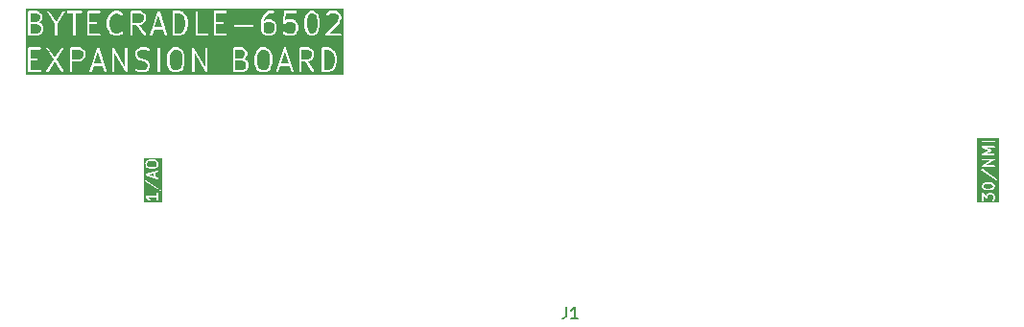
<source format=gbr>
%TF.GenerationSoftware,KiCad,Pcbnew,8.0.2*%
%TF.CreationDate,2025-01-11T19:36:36+01:00*%
%TF.ProjectId,bytecradle-6502-expansion-board,62797465-6372-4616-946c-652d36353032,rev?*%
%TF.SameCoordinates,Original*%
%TF.FileFunction,Legend,Top*%
%TF.FilePolarity,Positive*%
%FSLAX46Y46*%
G04 Gerber Fmt 4.6, Leading zero omitted, Abs format (unit mm)*
G04 Created by KiCad (PCBNEW 8.0.2) date 2025-01-11 19:36:36*
%MOMM*%
%LPD*%
G01*
G04 APERTURE LIST*
%ADD10C,0.200000*%
%ADD11C,0.150000*%
G04 APERTURE END LIST*
D10*
G36*
X61503528Y-96724816D02*
G01*
X61665690Y-96884835D01*
X61751830Y-97222696D01*
X61753627Y-97864709D01*
X61668526Y-98211986D01*
X61511332Y-98371285D01*
X61355269Y-98450935D01*
X61021308Y-98452537D01*
X60866770Y-98376859D01*
X60704608Y-98216838D01*
X60618468Y-97878978D01*
X60616671Y-97236966D01*
X60701772Y-96889690D01*
X60858966Y-96730390D01*
X61015029Y-96650740D01*
X61348991Y-96649138D01*
X61503528Y-96724816D01*
G37*
G36*
X67224305Y-97683436D02*
G01*
X67291644Y-97749117D01*
X67370992Y-97904588D01*
X67372495Y-98143389D01*
X67296791Y-98297978D01*
X67224963Y-98371619D01*
X67069648Y-98450887D01*
X66427913Y-98452465D01*
X66427105Y-97602941D01*
X66973230Y-97601412D01*
X67224305Y-97683436D01*
G37*
G36*
X67122767Y-96724910D02*
G01*
X67196406Y-96796736D01*
X67275813Y-96952323D01*
X67277128Y-97096033D01*
X67201553Y-97250359D01*
X67129726Y-97323999D01*
X66974397Y-97403275D01*
X66426916Y-97404808D01*
X66426199Y-96650563D01*
X66967852Y-96649046D01*
X67122767Y-96724910D01*
G37*
G36*
X69217814Y-96724816D02*
G01*
X69379976Y-96884835D01*
X69466116Y-97222696D01*
X69467913Y-97864709D01*
X69382812Y-98211986D01*
X69225618Y-98371285D01*
X69069555Y-98450935D01*
X68735594Y-98452537D01*
X68581056Y-98376859D01*
X68418894Y-98216838D01*
X68332754Y-97878978D01*
X68330957Y-97236966D01*
X68416058Y-96889690D01*
X68573252Y-96730390D01*
X68729315Y-96650740D01*
X69063277Y-96649138D01*
X69217814Y-96724816D01*
G37*
G36*
X74843100Y-96730972D02*
G01*
X75005597Y-96891321D01*
X75089033Y-97054803D01*
X75180421Y-97413245D01*
X75182067Y-97674774D01*
X75094364Y-98032667D01*
X75011170Y-98202551D01*
X74848651Y-98367246D01*
X74602669Y-98450880D01*
X74237437Y-98452296D01*
X74235723Y-96650457D01*
X74592411Y-96649075D01*
X74843100Y-96730972D01*
G37*
G36*
X73027529Y-96724910D02*
G01*
X73101168Y-96796736D01*
X73180516Y-96952207D01*
X73182019Y-97191008D01*
X73106315Y-97345597D01*
X73034487Y-97419238D01*
X72879172Y-97498506D01*
X72615379Y-97499155D01*
X72611553Y-97498480D01*
X72608427Y-97499172D01*
X72236531Y-97500086D01*
X72235723Y-96650596D01*
X72872582Y-96649030D01*
X73027529Y-96724910D01*
G37*
G36*
X54666846Y-97879680D02*
G01*
X53989318Y-97881019D01*
X54327285Y-96864056D01*
X54666846Y-97879680D01*
G37*
G36*
X71143037Y-97879680D02*
G01*
X70465509Y-97881019D01*
X70803476Y-96864056D01*
X71143037Y-97879680D01*
G37*
G36*
X52837052Y-96724910D02*
G01*
X52910691Y-96796736D01*
X52990039Y-96952207D01*
X52991542Y-97191008D01*
X52915838Y-97345597D01*
X52844010Y-97419238D01*
X52688695Y-97498506D01*
X52046054Y-97500086D01*
X52045246Y-96650596D01*
X52682105Y-96649030D01*
X52837052Y-96724910D01*
G37*
G36*
X49129066Y-94463548D02*
G01*
X49196405Y-94529229D01*
X49275753Y-94684700D01*
X49277256Y-94923501D01*
X49201552Y-95078090D01*
X49129724Y-95151731D01*
X48974409Y-95230999D01*
X48332674Y-95232577D01*
X48331866Y-94383053D01*
X48877991Y-94381524D01*
X49129066Y-94463548D01*
G37*
G36*
X49027528Y-93505022D02*
G01*
X49101167Y-93576848D01*
X49180574Y-93732435D01*
X49181889Y-93876145D01*
X49106314Y-94030471D01*
X49034487Y-94104111D01*
X48879158Y-94183387D01*
X48331677Y-94184920D01*
X48330960Y-93430675D01*
X48872613Y-93429158D01*
X49027528Y-93505022D01*
G37*
G36*
X61700243Y-93511084D02*
G01*
X61862740Y-93671433D01*
X61946176Y-93834915D01*
X62037564Y-94193357D01*
X62039210Y-94454886D01*
X61951507Y-94812779D01*
X61868313Y-94982663D01*
X61705794Y-95147358D01*
X61459812Y-95230992D01*
X61094580Y-95232408D01*
X61092866Y-93430569D01*
X61449554Y-93429187D01*
X61700243Y-93511084D01*
G37*
G36*
X69694197Y-94266926D02*
G01*
X69767836Y-94338754D01*
X69847133Y-94494126D01*
X69848796Y-94923275D01*
X69772982Y-95078090D01*
X69701154Y-95151731D01*
X69545746Y-95231047D01*
X69211785Y-95232649D01*
X69057055Y-95156876D01*
X68983416Y-95085049D01*
X68904148Y-94929733D01*
X68903089Y-94499233D01*
X68978271Y-94345711D01*
X69050098Y-94272072D01*
X69205506Y-94192756D01*
X69539468Y-94191154D01*
X69694197Y-94266926D01*
G37*
G36*
X73408482Y-93505022D02*
G01*
X73482121Y-93576848D01*
X73565224Y-93739677D01*
X73656599Y-94098068D01*
X73658349Y-94549751D01*
X73570555Y-94908017D01*
X73487268Y-95078090D01*
X73415440Y-95151731D01*
X73259855Y-95231137D01*
X73116144Y-95232452D01*
X72961817Y-95156876D01*
X72888178Y-95085049D01*
X72805076Y-94922221D01*
X72713701Y-94563830D01*
X72711951Y-94112148D01*
X72799746Y-93753879D01*
X72883032Y-93583808D01*
X72954858Y-93510169D01*
X73110445Y-93430762D01*
X73254157Y-93429447D01*
X73408482Y-93505022D01*
G37*
G36*
X58170386Y-93505022D02*
G01*
X58244025Y-93576848D01*
X58323373Y-93732319D01*
X58324876Y-93971120D01*
X58249172Y-94125709D01*
X58177344Y-94199350D01*
X58022029Y-94278618D01*
X57758236Y-94279267D01*
X57754410Y-94278592D01*
X57751284Y-94279284D01*
X57379388Y-94280198D01*
X57378580Y-93430708D01*
X58015439Y-93429142D01*
X58170386Y-93505022D01*
G37*
G36*
X60000180Y-94659792D02*
G01*
X59322652Y-94661131D01*
X59660619Y-93644168D01*
X60000180Y-94659792D01*
G37*
G36*
X75983563Y-98873060D02*
G01*
X47910546Y-98873060D01*
X47910546Y-96550838D01*
X48132768Y-96550838D01*
X48134689Y-98570347D01*
X48149621Y-98606395D01*
X48177211Y-98633985D01*
X48213259Y-98648917D01*
X48232768Y-98650838D01*
X49204658Y-98648917D01*
X49240706Y-98633985D01*
X49268296Y-98606395D01*
X49283228Y-98570347D01*
X49283228Y-98531329D01*
X49268296Y-98495281D01*
X49240706Y-98467691D01*
X49204658Y-98452759D01*
X49185149Y-98450838D01*
X48332674Y-98452522D01*
X48331866Y-97602941D01*
X48918944Y-97601298D01*
X48954992Y-97586366D01*
X48982582Y-97558776D01*
X48997514Y-97522728D01*
X48997514Y-97483710D01*
X48982582Y-97447662D01*
X48954992Y-97420072D01*
X48918944Y-97405140D01*
X48899435Y-97403219D01*
X48331677Y-97404808D01*
X48330960Y-96650643D01*
X49204658Y-96648917D01*
X49240706Y-96633985D01*
X49268296Y-96606395D01*
X49283228Y-96570347D01*
X49283228Y-96550733D01*
X49751816Y-96550733D01*
X49759388Y-96589010D01*
X49768611Y-96606308D01*
X50399442Y-97550932D01*
X49759388Y-98512666D01*
X49751816Y-98550943D01*
X49759468Y-98589203D01*
X49781179Y-98621623D01*
X49813644Y-98643266D01*
X49851921Y-98650838D01*
X49890181Y-98643186D01*
X49922601Y-98621475D01*
X49935021Y-98606308D01*
X50518623Y-97729397D01*
X51114364Y-98621475D01*
X51146784Y-98643186D01*
X51185045Y-98650838D01*
X51223321Y-98643267D01*
X51255786Y-98621623D01*
X51277497Y-98589203D01*
X51285149Y-98550943D01*
X51277577Y-98512666D01*
X51268354Y-98495368D01*
X50637522Y-97550743D01*
X51277577Y-96589010D01*
X51285128Y-96550838D01*
X51847054Y-96550838D01*
X51848975Y-98570347D01*
X51863907Y-98606395D01*
X51891497Y-98633985D01*
X51927545Y-98648917D01*
X51966563Y-98648917D01*
X52002611Y-98633985D01*
X52030201Y-98606395D01*
X52045133Y-98570347D01*
X52047054Y-98550838D01*
X52047042Y-98538331D01*
X53562125Y-98538331D01*
X53564891Y-98577251D01*
X53582341Y-98612150D01*
X53611817Y-98637715D01*
X53648833Y-98650053D01*
X53687753Y-98647287D01*
X53722652Y-98629837D01*
X53748217Y-98600361D01*
X53756208Y-98582461D01*
X53923434Y-98079267D01*
X54733040Y-98077667D01*
X54907796Y-98600361D01*
X54933361Y-98629837D01*
X54968260Y-98647287D01*
X55007180Y-98650053D01*
X55044196Y-98637714D01*
X55073672Y-98612149D01*
X55091122Y-98577250D01*
X55093888Y-98538330D01*
X55089541Y-98519215D01*
X54431440Y-96550838D01*
X55561340Y-96550838D01*
X55563261Y-98570347D01*
X55578193Y-98606395D01*
X55605783Y-98633985D01*
X55641831Y-98648917D01*
X55680849Y-98648917D01*
X55716897Y-98633985D01*
X55744487Y-98606395D01*
X55759419Y-98570347D01*
X55761340Y-98550838D01*
X55759792Y-96924064D01*
X56716024Y-98594261D01*
X56721050Y-98606395D01*
X56725543Y-98610888D01*
X56728720Y-98616437D01*
X56739234Y-98624579D01*
X56748640Y-98633985D01*
X56754530Y-98636424D01*
X56759569Y-98640327D01*
X56772397Y-98643825D01*
X56784688Y-98648917D01*
X56791063Y-98648917D01*
X56797212Y-98650594D01*
X56810403Y-98648917D01*
X56823706Y-98648917D01*
X56829597Y-98646476D01*
X56835919Y-98645673D01*
X56847464Y-98639075D01*
X56859754Y-98633985D01*
X56864261Y-98629477D01*
X56869796Y-98626315D01*
X56877938Y-98615800D01*
X56887344Y-98606395D01*
X56889783Y-98600504D01*
X56893686Y-98595466D01*
X56897184Y-98582638D01*
X56902276Y-98570347D01*
X56903258Y-98560367D01*
X56903953Y-98557822D01*
X56903702Y-98555855D01*
X56904197Y-98550838D01*
X56902657Y-96931790D01*
X57561340Y-96931790D01*
X57562945Y-97107297D01*
X57562125Y-97109759D01*
X57563092Y-97123374D01*
X57563261Y-97141775D01*
X57564636Y-97145095D01*
X57564891Y-97148679D01*
X57571897Y-97166987D01*
X57668218Y-97355715D01*
X57673431Y-97368299D01*
X57676630Y-97372198D01*
X57677578Y-97374054D01*
X57679575Y-97375786D01*
X57685867Y-97383453D01*
X57782251Y-97477464D01*
X57790504Y-97486980D01*
X57794743Y-97489648D01*
X57796259Y-97491127D01*
X57798695Y-97492136D01*
X57807094Y-97497423D01*
X57991805Y-97587878D01*
X57999578Y-97593638D01*
X58014321Y-97598905D01*
X58015879Y-97599668D01*
X58016599Y-97599719D01*
X58018038Y-97600233D01*
X58381267Y-97689243D01*
X58551338Y-97772529D01*
X58624977Y-97844355D01*
X58704384Y-97999942D01*
X58705699Y-98143652D01*
X58630124Y-98297978D01*
X58558296Y-98371619D01*
X58402925Y-98450916D01*
X57968363Y-98452600D01*
X57673847Y-98356385D01*
X57634927Y-98359151D01*
X57600028Y-98376601D01*
X57574463Y-98406077D01*
X57562125Y-98443093D01*
X57564891Y-98482013D01*
X57582341Y-98516912D01*
X57611817Y-98542477D01*
X57629717Y-98550468D01*
X57914390Y-98643468D01*
X57927545Y-98648917D01*
X57932590Y-98649413D01*
X57934547Y-98650053D01*
X57937180Y-98649865D01*
X57947054Y-98650838D01*
X58407737Y-98649052D01*
X58410738Y-98650053D01*
X58425797Y-98648982D01*
X58442754Y-98648917D01*
X58446074Y-98647541D01*
X58449658Y-98647287D01*
X58467966Y-98640281D01*
X58656694Y-98543959D01*
X58669279Y-98538747D01*
X58673178Y-98535546D01*
X58675033Y-98534600D01*
X58676765Y-98532602D01*
X58684432Y-98526310D01*
X58778449Y-98429920D01*
X58787959Y-98421673D01*
X58790625Y-98417437D01*
X58792107Y-98415918D01*
X58793118Y-98413476D01*
X58798402Y-98405082D01*
X58885442Y-98227343D01*
X58887344Y-98225442D01*
X58892667Y-98212589D01*
X58900646Y-98196298D01*
X58900900Y-98192714D01*
X58902276Y-98189394D01*
X58904197Y-98169885D01*
X58902591Y-97994378D01*
X58903412Y-97991917D01*
X58902444Y-97978300D01*
X58902276Y-97959900D01*
X58900900Y-97956579D01*
X58900646Y-97952996D01*
X58893640Y-97934688D01*
X58797318Y-97745959D01*
X58792106Y-97733376D01*
X58788906Y-97729476D01*
X58787959Y-97727621D01*
X58785961Y-97725888D01*
X58779670Y-97718222D01*
X58683285Y-97624210D01*
X58675033Y-97614695D01*
X58670793Y-97612026D01*
X58669278Y-97610548D01*
X58666841Y-97609538D01*
X58658443Y-97604252D01*
X58473731Y-97513796D01*
X58465959Y-97508038D01*
X58451217Y-97502771D01*
X58449658Y-97502008D01*
X58448935Y-97501956D01*
X58447498Y-97501443D01*
X58084271Y-97412433D01*
X57914198Y-97329145D01*
X57840559Y-97257319D01*
X57761152Y-97101732D01*
X57759837Y-96958021D01*
X57835412Y-96803696D01*
X57907238Y-96730057D01*
X58062611Y-96650759D01*
X58497173Y-96649075D01*
X58791690Y-96745291D01*
X58830610Y-96742525D01*
X58865509Y-96725075D01*
X58891074Y-96695599D01*
X58903412Y-96658583D01*
X58900646Y-96619663D01*
X58883196Y-96584764D01*
X58853720Y-96559199D01*
X58835820Y-96551208D01*
X58834687Y-96550838D01*
X59561340Y-96550838D01*
X59563261Y-98570347D01*
X59578193Y-98606395D01*
X59605783Y-98633985D01*
X59641831Y-98648917D01*
X59680849Y-98648917D01*
X59716897Y-98633985D01*
X59744487Y-98606395D01*
X59759419Y-98570347D01*
X59761340Y-98550838D01*
X59760072Y-97217504D01*
X60418483Y-97217504D01*
X60420330Y-97877410D01*
X60418601Y-97889032D01*
X60420396Y-97901176D01*
X60420404Y-97903680D01*
X60420968Y-97905043D01*
X60421469Y-97908425D01*
X60515642Y-98277793D01*
X60515642Y-98284632D01*
X60520177Y-98295580D01*
X60523302Y-98307837D01*
X60527728Y-98313811D01*
X60530574Y-98320680D01*
X60543010Y-98335833D01*
X60733676Y-98523982D01*
X60742885Y-98534600D01*
X60747169Y-98537296D01*
X60748639Y-98538747D01*
X60751079Y-98539757D01*
X60759476Y-98545043D01*
X60937214Y-98632083D01*
X60939116Y-98633985D01*
X60951968Y-98639308D01*
X60968260Y-98647287D01*
X60971843Y-98647541D01*
X60975164Y-98648917D01*
X60994673Y-98650838D01*
X61360213Y-98649084D01*
X61363119Y-98650053D01*
X61377943Y-98648999D01*
X61395135Y-98648917D01*
X61398455Y-98647541D01*
X61402039Y-98647287D01*
X61420347Y-98640281D01*
X61609076Y-98543958D01*
X61621660Y-98538747D01*
X61625559Y-98535546D01*
X61627414Y-98534600D01*
X61629146Y-98532602D01*
X61636813Y-98526310D01*
X61818116Y-98342577D01*
X61823768Y-98339187D01*
X61830716Y-98329808D01*
X61839725Y-98320680D01*
X61842569Y-98313812D01*
X61846997Y-98307837D01*
X61853592Y-98289377D01*
X61945520Y-97914240D01*
X61949895Y-97903680D01*
X61951095Y-97891492D01*
X61951698Y-97889032D01*
X61951480Y-97887573D01*
X61951816Y-97884171D01*
X61949968Y-97224264D01*
X61951698Y-97212643D01*
X61949902Y-97200498D01*
X61949895Y-97197995D01*
X61949330Y-97196631D01*
X61948830Y-97193250D01*
X61854657Y-96823882D01*
X61854657Y-96817043D01*
X61850121Y-96806094D01*
X61846997Y-96793838D01*
X61842570Y-96787863D01*
X61839725Y-96780995D01*
X61827289Y-96765842D01*
X61636627Y-96577699D01*
X61627414Y-96567076D01*
X61623126Y-96564377D01*
X61621659Y-96562929D01*
X61619222Y-96561919D01*
X61610824Y-96556633D01*
X61598990Y-96550838D01*
X62608959Y-96550838D01*
X62610880Y-98570347D01*
X62625812Y-98606395D01*
X62653402Y-98633985D01*
X62689450Y-98648917D01*
X62728468Y-98648917D01*
X62764516Y-98633985D01*
X62792106Y-98606395D01*
X62807038Y-98570347D01*
X62808959Y-98550838D01*
X62807411Y-96924064D01*
X63763643Y-98594261D01*
X63768669Y-98606395D01*
X63773162Y-98610888D01*
X63776339Y-98616437D01*
X63786853Y-98624579D01*
X63796259Y-98633985D01*
X63802149Y-98636424D01*
X63807188Y-98640327D01*
X63820016Y-98643825D01*
X63832307Y-98648917D01*
X63838682Y-98648917D01*
X63844831Y-98650594D01*
X63858022Y-98648917D01*
X63871325Y-98648917D01*
X63877216Y-98646476D01*
X63883538Y-98645673D01*
X63895083Y-98639075D01*
X63907373Y-98633985D01*
X63911880Y-98629477D01*
X63917415Y-98626315D01*
X63925557Y-98615800D01*
X63934963Y-98606395D01*
X63937402Y-98600504D01*
X63941305Y-98595466D01*
X63944803Y-98582638D01*
X63949895Y-98570347D01*
X63950877Y-98560367D01*
X63951572Y-98557822D01*
X63951321Y-98555855D01*
X63951816Y-98550838D01*
X63949914Y-96550838D01*
X66228007Y-96550838D01*
X66229928Y-98570347D01*
X66244860Y-98606395D01*
X66272450Y-98633985D01*
X66308498Y-98648917D01*
X66328007Y-98650838D01*
X67074256Y-98649003D01*
X67077405Y-98650053D01*
X67092815Y-98648957D01*
X67109421Y-98648917D01*
X67112741Y-98647541D01*
X67116325Y-98647287D01*
X67134633Y-98640281D01*
X67323361Y-98543959D01*
X67335946Y-98538747D01*
X67339845Y-98535546D01*
X67341700Y-98534600D01*
X67343432Y-98532602D01*
X67351099Y-98526310D01*
X67445116Y-98429920D01*
X67454626Y-98421673D01*
X67457292Y-98417437D01*
X67458774Y-98415918D01*
X67459785Y-98413476D01*
X67465069Y-98405082D01*
X67552109Y-98227343D01*
X67554011Y-98225442D01*
X67559334Y-98212589D01*
X67567313Y-98196298D01*
X67567567Y-98192714D01*
X67568943Y-98189394D01*
X67570864Y-98169885D01*
X67569161Y-97899430D01*
X67570079Y-97896679D01*
X67569053Y-97882251D01*
X67568943Y-97864662D01*
X67567567Y-97861341D01*
X67567313Y-97857758D01*
X67560307Y-97839450D01*
X67463985Y-97650721D01*
X67458773Y-97638138D01*
X67455573Y-97634238D01*
X67454626Y-97632383D01*
X67452628Y-97630650D01*
X67446337Y-97622984D01*
X67360392Y-97539155D01*
X67359387Y-97537145D01*
X67349857Y-97528879D01*
X67335945Y-97515310D01*
X67332626Y-97513935D01*
X67329911Y-97511580D01*
X67312011Y-97503589D01*
X67250148Y-97483379D01*
X67255861Y-97478691D01*
X67349872Y-97382306D01*
X67359388Y-97374054D01*
X67362055Y-97369815D01*
X67363535Y-97368299D01*
X67364544Y-97365861D01*
X67369831Y-97357463D01*
X67438370Y-97217504D01*
X68132769Y-97217504D01*
X68134616Y-97877410D01*
X68132887Y-97889032D01*
X68134682Y-97901176D01*
X68134690Y-97903680D01*
X68135254Y-97905043D01*
X68135755Y-97908425D01*
X68229928Y-98277793D01*
X68229928Y-98284632D01*
X68234463Y-98295580D01*
X68237588Y-98307837D01*
X68242014Y-98313811D01*
X68244860Y-98320680D01*
X68257296Y-98335833D01*
X68447962Y-98523982D01*
X68457171Y-98534600D01*
X68461455Y-98537296D01*
X68462925Y-98538747D01*
X68465365Y-98539757D01*
X68473762Y-98545043D01*
X68651500Y-98632083D01*
X68653402Y-98633985D01*
X68666254Y-98639308D01*
X68682546Y-98647287D01*
X68686129Y-98647541D01*
X68689450Y-98648917D01*
X68708959Y-98650838D01*
X69074499Y-98649084D01*
X69077405Y-98650053D01*
X69092229Y-98648999D01*
X69109421Y-98648917D01*
X69112741Y-98647541D01*
X69116325Y-98647287D01*
X69134633Y-98640281D01*
X69323362Y-98543958D01*
X69335946Y-98538747D01*
X69336453Y-98538331D01*
X70038316Y-98538331D01*
X70041082Y-98577251D01*
X70058532Y-98612150D01*
X70088008Y-98637715D01*
X70125024Y-98650053D01*
X70163944Y-98647287D01*
X70198843Y-98629837D01*
X70224408Y-98600361D01*
X70232399Y-98582461D01*
X70399625Y-98079267D01*
X71209231Y-98077667D01*
X71383987Y-98600361D01*
X71409552Y-98629837D01*
X71444451Y-98647287D01*
X71483371Y-98650053D01*
X71520387Y-98637714D01*
X71549863Y-98612149D01*
X71567313Y-98577250D01*
X71570079Y-98538330D01*
X71565732Y-98519215D01*
X70907631Y-96550838D01*
X72037531Y-96550838D01*
X72039452Y-98570347D01*
X72054384Y-98606395D01*
X72081974Y-98633985D01*
X72118022Y-98648917D01*
X72157040Y-98648917D01*
X72193088Y-98633985D01*
X72220678Y-98606395D01*
X72235610Y-98570347D01*
X72237531Y-98550838D01*
X72236719Y-97698213D01*
X72561027Y-97697415D01*
X73211226Y-98623065D01*
X73244131Y-98644033D01*
X73282555Y-98650814D01*
X73320650Y-98642375D01*
X73352615Y-98619999D01*
X73373584Y-98587095D01*
X73380364Y-98548670D01*
X73371925Y-98510575D01*
X73362311Y-98493491D01*
X72802710Y-97696821D01*
X72883780Y-97696622D01*
X72886929Y-97697672D01*
X72902339Y-97696576D01*
X72918945Y-97696536D01*
X72922265Y-97695160D01*
X72925849Y-97694906D01*
X72944157Y-97687900D01*
X73132885Y-97591578D01*
X73145470Y-97586366D01*
X73149369Y-97583165D01*
X73151224Y-97582219D01*
X73152956Y-97580221D01*
X73160623Y-97573929D01*
X73254640Y-97477539D01*
X73264150Y-97469292D01*
X73266816Y-97465056D01*
X73268298Y-97463537D01*
X73269309Y-97461095D01*
X73274593Y-97452701D01*
X73361633Y-97274962D01*
X73363535Y-97273061D01*
X73368858Y-97260208D01*
X73376837Y-97243917D01*
X73377091Y-97240333D01*
X73378467Y-97237013D01*
X73380388Y-97217504D01*
X73378685Y-96947049D01*
X73379603Y-96944298D01*
X73378577Y-96929870D01*
X73378467Y-96912281D01*
X73377091Y-96908960D01*
X73376837Y-96905377D01*
X73369831Y-96887069D01*
X73273509Y-96698340D01*
X73268297Y-96685757D01*
X73265097Y-96681857D01*
X73264150Y-96680002D01*
X73262152Y-96678269D01*
X73255861Y-96670603D01*
X73159476Y-96576591D01*
X73151224Y-96567076D01*
X73146984Y-96564407D01*
X73145469Y-96562929D01*
X73143032Y-96561919D01*
X73134634Y-96556633D01*
X73122800Y-96550838D01*
X74037531Y-96550838D01*
X74039452Y-98570347D01*
X74054384Y-98606395D01*
X74081974Y-98633985D01*
X74118022Y-98648917D01*
X74137531Y-98650838D01*
X74611432Y-98649001D01*
X74626228Y-98650053D01*
X74631188Y-98648924D01*
X74633230Y-98648917D01*
X74635672Y-98647905D01*
X74645344Y-98645706D01*
X74916014Y-98553678D01*
X74918945Y-98553678D01*
X74932373Y-98548115D01*
X74948959Y-98542477D01*
X74951674Y-98540121D01*
X74954994Y-98538747D01*
X74970147Y-98526310D01*
X75158289Y-98335647D01*
X75168912Y-98326435D01*
X75171610Y-98322148D01*
X75173059Y-98320680D01*
X75174068Y-98318242D01*
X75179355Y-98309844D01*
X75269809Y-98125133D01*
X75275569Y-98117361D01*
X75280836Y-98102617D01*
X75281599Y-98101060D01*
X75281650Y-98100339D01*
X75282164Y-98098901D01*
X75374092Y-97723764D01*
X75378467Y-97713204D01*
X75379667Y-97701016D01*
X75380270Y-97698556D01*
X75380052Y-97697097D01*
X75380388Y-97693695D01*
X75378628Y-97414149D01*
X75380270Y-97403119D01*
X75378483Y-97391036D01*
X75378467Y-97388471D01*
X75377902Y-97387107D01*
X75377402Y-97383726D01*
X75282323Y-97010805D01*
X75281599Y-97000615D01*
X75275984Y-96985942D01*
X75275569Y-96984314D01*
X75275138Y-96983733D01*
X75274593Y-96982307D01*
X75178271Y-96793578D01*
X75173059Y-96780995D01*
X75169859Y-96777096D01*
X75168912Y-96775240D01*
X75166913Y-96773506D01*
X75160623Y-96765842D01*
X74979715Y-96587324D01*
X74978435Y-96584764D01*
X74967576Y-96575346D01*
X74954993Y-96562929D01*
X74951674Y-96561554D01*
X74948959Y-96559199D01*
X74931059Y-96551208D01*
X74646384Y-96458207D01*
X74633230Y-96452759D01*
X74628184Y-96452262D01*
X74626228Y-96451623D01*
X74623594Y-96451810D01*
X74613721Y-96450838D01*
X74118022Y-96452759D01*
X74081974Y-96467691D01*
X74054384Y-96495281D01*
X74039452Y-96531329D01*
X74037531Y-96550838D01*
X73122800Y-96550838D01*
X72956894Y-96469592D01*
X72954993Y-96467691D01*
X72942141Y-96462367D01*
X72925849Y-96454389D01*
X72922265Y-96454134D01*
X72918945Y-96452759D01*
X72899436Y-96450838D01*
X72118022Y-96452759D01*
X72081974Y-96467691D01*
X72054384Y-96495281D01*
X72039452Y-96531329D01*
X72037531Y-96550838D01*
X70907631Y-96550838D01*
X70901144Y-96531434D01*
X70900646Y-96524425D01*
X70895076Y-96513286D01*
X70891074Y-96501315D01*
X70886390Y-96495915D01*
X70883196Y-96489526D01*
X70873721Y-96481308D01*
X70865508Y-96471839D01*
X70859120Y-96468645D01*
X70853720Y-96463961D01*
X70841821Y-96459995D01*
X70830610Y-96454389D01*
X70823482Y-96453882D01*
X70816704Y-96451623D01*
X70804197Y-96452511D01*
X70791690Y-96451623D01*
X70784911Y-96453882D01*
X70777784Y-96454389D01*
X70766572Y-96459995D01*
X70754674Y-96463961D01*
X70749273Y-96468644D01*
X70742886Y-96471839D01*
X70734670Y-96481311D01*
X70725198Y-96489527D01*
X70722003Y-96495914D01*
X70717320Y-96501315D01*
X70709329Y-96519215D01*
X70233053Y-97952353D01*
X70229928Y-97959900D01*
X70229928Y-97961759D01*
X70038316Y-98538331D01*
X69336453Y-98538331D01*
X69339845Y-98535546D01*
X69341700Y-98534600D01*
X69343432Y-98532602D01*
X69351099Y-98526310D01*
X69532402Y-98342577D01*
X69538054Y-98339187D01*
X69545002Y-98329808D01*
X69554011Y-98320680D01*
X69556855Y-98313812D01*
X69561283Y-98307837D01*
X69567878Y-98289377D01*
X69659806Y-97914240D01*
X69664181Y-97903680D01*
X69665381Y-97891492D01*
X69665984Y-97889032D01*
X69665766Y-97887573D01*
X69666102Y-97884171D01*
X69664254Y-97224264D01*
X69665984Y-97212643D01*
X69664188Y-97200498D01*
X69664181Y-97197995D01*
X69663616Y-97196631D01*
X69663116Y-97193250D01*
X69568943Y-96823882D01*
X69568943Y-96817043D01*
X69564407Y-96806094D01*
X69561283Y-96793838D01*
X69556856Y-96787863D01*
X69554011Y-96780995D01*
X69541575Y-96765842D01*
X69350913Y-96577699D01*
X69341700Y-96567076D01*
X69337412Y-96564377D01*
X69335945Y-96562929D01*
X69333508Y-96561919D01*
X69325110Y-96556633D01*
X69147370Y-96469592D01*
X69145469Y-96467691D01*
X69132617Y-96462367D01*
X69116325Y-96454389D01*
X69112741Y-96454134D01*
X69109421Y-96452759D01*
X69089912Y-96450838D01*
X68724372Y-96452591D01*
X68721467Y-96451623D01*
X68706642Y-96452676D01*
X68689450Y-96452759D01*
X68686129Y-96454134D01*
X68682546Y-96454389D01*
X68664238Y-96461395D01*
X68475509Y-96557716D01*
X68462926Y-96562929D01*
X68459027Y-96566128D01*
X68457171Y-96567076D01*
X68455437Y-96569074D01*
X68447773Y-96575365D01*
X68266468Y-96759096D01*
X68260817Y-96762488D01*
X68253868Y-96771866D01*
X68244860Y-96780995D01*
X68242014Y-96787863D01*
X68237588Y-96793838D01*
X68230993Y-96812299D01*
X68139064Y-97187434D01*
X68134690Y-97197995D01*
X68133489Y-97210182D01*
X68132887Y-97212643D01*
X68133104Y-97214101D01*
X68132769Y-97217504D01*
X67438370Y-97217504D01*
X67456871Y-97179724D01*
X67458773Y-97177823D01*
X67464096Y-97164970D01*
X67472075Y-97148679D01*
X67472329Y-97145095D01*
X67473705Y-97141775D01*
X67475626Y-97122266D01*
X67474020Y-96946759D01*
X67474841Y-96944298D01*
X67473873Y-96930681D01*
X67473705Y-96912281D01*
X67472329Y-96908960D01*
X67472075Y-96905377D01*
X67465069Y-96887069D01*
X67368747Y-96698340D01*
X67363535Y-96685757D01*
X67360335Y-96681857D01*
X67359388Y-96680002D01*
X67357390Y-96678269D01*
X67351099Y-96670603D01*
X67254714Y-96576591D01*
X67246462Y-96567076D01*
X67242222Y-96564407D01*
X67240707Y-96562929D01*
X67238270Y-96561919D01*
X67229872Y-96556633D01*
X67052132Y-96469592D01*
X67050231Y-96467691D01*
X67037379Y-96462367D01*
X67021087Y-96454389D01*
X67017503Y-96454134D01*
X67014183Y-96452759D01*
X66994674Y-96450838D01*
X66308498Y-96452759D01*
X66272450Y-96467691D01*
X66244860Y-96495281D01*
X66229928Y-96531329D01*
X66228007Y-96550838D01*
X63949914Y-96550838D01*
X63949895Y-96531329D01*
X63934963Y-96495281D01*
X63907373Y-96467691D01*
X63871325Y-96452759D01*
X63832307Y-96452759D01*
X63796259Y-96467691D01*
X63768669Y-96495281D01*
X63753737Y-96531329D01*
X63751816Y-96550838D01*
X63753363Y-98177611D01*
X62797131Y-96507414D01*
X62792106Y-96495281D01*
X62787612Y-96490787D01*
X62784436Y-96485239D01*
X62773921Y-96477096D01*
X62764516Y-96467691D01*
X62758625Y-96465251D01*
X62753587Y-96461349D01*
X62740758Y-96457850D01*
X62728468Y-96452759D01*
X62722093Y-96452759D01*
X62715944Y-96451082D01*
X62702751Y-96452759D01*
X62689450Y-96452759D01*
X62683561Y-96455198D01*
X62677237Y-96456002D01*
X62665687Y-96462602D01*
X62653402Y-96467691D01*
X62648894Y-96472198D01*
X62643360Y-96475361D01*
X62635217Y-96485875D01*
X62625812Y-96495281D01*
X62623372Y-96501171D01*
X62619470Y-96506210D01*
X62615971Y-96519038D01*
X62610880Y-96531329D01*
X62609897Y-96541306D01*
X62609203Y-96543853D01*
X62609453Y-96545820D01*
X62608959Y-96550838D01*
X61598990Y-96550838D01*
X61433084Y-96469592D01*
X61431183Y-96467691D01*
X61418331Y-96462367D01*
X61402039Y-96454389D01*
X61398455Y-96454134D01*
X61395135Y-96452759D01*
X61375626Y-96450838D01*
X61010086Y-96452591D01*
X61007181Y-96451623D01*
X60992356Y-96452676D01*
X60975164Y-96452759D01*
X60971843Y-96454134D01*
X60968260Y-96454389D01*
X60949952Y-96461395D01*
X60761223Y-96557716D01*
X60748640Y-96562929D01*
X60744741Y-96566128D01*
X60742885Y-96567076D01*
X60741151Y-96569074D01*
X60733487Y-96575365D01*
X60552182Y-96759096D01*
X60546531Y-96762488D01*
X60539582Y-96771866D01*
X60530574Y-96780995D01*
X60527728Y-96787863D01*
X60523302Y-96793838D01*
X60516707Y-96812299D01*
X60424778Y-97187434D01*
X60420404Y-97197995D01*
X60419203Y-97210182D01*
X60418601Y-97212643D01*
X60418818Y-97214101D01*
X60418483Y-97217504D01*
X59760072Y-97217504D01*
X59759419Y-96531329D01*
X59744487Y-96495281D01*
X59716897Y-96467691D01*
X59680849Y-96452759D01*
X59641831Y-96452759D01*
X59605783Y-96467691D01*
X59578193Y-96495281D01*
X59563261Y-96531329D01*
X59561340Y-96550838D01*
X58834687Y-96550838D01*
X58551146Y-96458207D01*
X58537992Y-96452759D01*
X58532946Y-96452262D01*
X58530990Y-96451623D01*
X58528356Y-96451810D01*
X58518483Y-96450838D01*
X58057800Y-96452623D01*
X58054800Y-96451623D01*
X58039739Y-96452693D01*
X58022783Y-96452759D01*
X58019462Y-96454134D01*
X58015879Y-96454389D01*
X57997571Y-96461395D01*
X57808842Y-96557716D01*
X57796259Y-96562929D01*
X57792359Y-96566128D01*
X57790504Y-96567076D01*
X57788771Y-96569073D01*
X57781105Y-96575365D01*
X57687093Y-96671749D01*
X57677578Y-96680002D01*
X57674909Y-96684241D01*
X57673431Y-96685757D01*
X57672421Y-96688193D01*
X57667135Y-96696592D01*
X57580094Y-96874331D01*
X57578193Y-96876233D01*
X57572869Y-96889084D01*
X57564891Y-96905377D01*
X57564636Y-96908960D01*
X57563261Y-96912281D01*
X57561340Y-96931790D01*
X56902657Y-96931790D01*
X56902276Y-96531329D01*
X56887344Y-96495281D01*
X56859754Y-96467691D01*
X56823706Y-96452759D01*
X56784688Y-96452759D01*
X56748640Y-96467691D01*
X56721050Y-96495281D01*
X56706118Y-96531329D01*
X56704197Y-96550838D01*
X56705744Y-98177611D01*
X55749512Y-96507414D01*
X55744487Y-96495281D01*
X55739993Y-96490787D01*
X55736817Y-96485239D01*
X55726302Y-96477096D01*
X55716897Y-96467691D01*
X55711006Y-96465251D01*
X55705968Y-96461349D01*
X55693139Y-96457850D01*
X55680849Y-96452759D01*
X55674474Y-96452759D01*
X55668325Y-96451082D01*
X55655132Y-96452759D01*
X55641831Y-96452759D01*
X55635942Y-96455198D01*
X55629618Y-96456002D01*
X55618068Y-96462602D01*
X55605783Y-96467691D01*
X55601275Y-96472198D01*
X55595741Y-96475361D01*
X55587598Y-96485875D01*
X55578193Y-96495281D01*
X55575753Y-96501171D01*
X55571851Y-96506210D01*
X55568352Y-96519038D01*
X55563261Y-96531329D01*
X55562278Y-96541306D01*
X55561584Y-96543853D01*
X55561834Y-96545820D01*
X55561340Y-96550838D01*
X54431440Y-96550838D01*
X54424953Y-96531434D01*
X54424455Y-96524425D01*
X54418885Y-96513286D01*
X54414883Y-96501315D01*
X54410199Y-96495915D01*
X54407005Y-96489526D01*
X54397530Y-96481308D01*
X54389317Y-96471839D01*
X54382929Y-96468645D01*
X54377529Y-96463961D01*
X54365630Y-96459995D01*
X54354419Y-96454389D01*
X54347291Y-96453882D01*
X54340513Y-96451623D01*
X54328006Y-96452511D01*
X54315499Y-96451623D01*
X54308720Y-96453882D01*
X54301593Y-96454389D01*
X54290381Y-96459995D01*
X54278483Y-96463961D01*
X54273082Y-96468644D01*
X54266695Y-96471839D01*
X54258479Y-96481311D01*
X54249007Y-96489527D01*
X54245812Y-96495914D01*
X54241129Y-96501315D01*
X54233138Y-96519215D01*
X53756862Y-97952353D01*
X53753737Y-97959900D01*
X53753737Y-97961759D01*
X53562125Y-98538331D01*
X52047042Y-98538331D01*
X52046242Y-97698213D01*
X52693303Y-97696622D01*
X52696452Y-97697672D01*
X52711862Y-97696576D01*
X52728468Y-97696536D01*
X52731788Y-97695160D01*
X52735372Y-97694906D01*
X52753680Y-97687900D01*
X52942408Y-97591578D01*
X52954993Y-97586366D01*
X52958892Y-97583165D01*
X52960747Y-97582219D01*
X52962479Y-97580221D01*
X52970146Y-97573929D01*
X53064163Y-97477539D01*
X53073673Y-97469292D01*
X53076339Y-97465056D01*
X53077821Y-97463537D01*
X53078832Y-97461095D01*
X53084116Y-97452701D01*
X53171156Y-97274962D01*
X53173058Y-97273061D01*
X53178381Y-97260208D01*
X53186360Y-97243917D01*
X53186614Y-97240333D01*
X53187990Y-97237013D01*
X53189911Y-97217504D01*
X53188208Y-96947049D01*
X53189126Y-96944298D01*
X53188100Y-96929870D01*
X53187990Y-96912281D01*
X53186614Y-96908960D01*
X53186360Y-96905377D01*
X53179354Y-96887069D01*
X53083032Y-96698340D01*
X53077820Y-96685757D01*
X53074620Y-96681857D01*
X53073673Y-96680002D01*
X53071675Y-96678269D01*
X53065384Y-96670603D01*
X52968999Y-96576591D01*
X52960747Y-96567076D01*
X52956507Y-96564407D01*
X52954992Y-96562929D01*
X52952555Y-96561919D01*
X52944157Y-96556633D01*
X52766417Y-96469592D01*
X52764516Y-96467691D01*
X52751664Y-96462367D01*
X52735372Y-96454389D01*
X52731788Y-96454134D01*
X52728468Y-96452759D01*
X52708959Y-96450838D01*
X51927545Y-96452759D01*
X51891497Y-96467691D01*
X51863907Y-96495281D01*
X51848975Y-96531329D01*
X51847054Y-96550838D01*
X51285128Y-96550838D01*
X51285149Y-96550733D01*
X51277497Y-96512473D01*
X51255786Y-96480053D01*
X51223321Y-96458409D01*
X51185045Y-96450838D01*
X51146784Y-96458490D01*
X51114364Y-96480201D01*
X51101944Y-96495368D01*
X50518341Y-97372278D01*
X49922601Y-96480201D01*
X49890181Y-96458490D01*
X49851921Y-96450838D01*
X49813644Y-96458410D01*
X49781179Y-96480053D01*
X49759468Y-96512473D01*
X49751816Y-96550733D01*
X49283228Y-96550733D01*
X49283228Y-96531329D01*
X49268296Y-96495281D01*
X49240706Y-96467691D01*
X49204658Y-96452759D01*
X49185149Y-96450838D01*
X48213259Y-96452759D01*
X48177211Y-96467691D01*
X48149621Y-96495281D01*
X48134689Y-96531329D01*
X48132768Y-96550838D01*
X47910546Y-96550838D01*
X47910546Y-93330950D01*
X48132768Y-93330950D01*
X48134689Y-95350459D01*
X48149621Y-95386507D01*
X48177211Y-95414097D01*
X48213259Y-95429029D01*
X48232768Y-95430950D01*
X48979017Y-95429115D01*
X48982166Y-95430165D01*
X48997576Y-95429069D01*
X49014182Y-95429029D01*
X49017502Y-95427653D01*
X49021086Y-95427399D01*
X49039394Y-95420393D01*
X49228122Y-95324071D01*
X49240707Y-95318859D01*
X49244606Y-95315658D01*
X49246461Y-95314712D01*
X49248193Y-95312714D01*
X49255860Y-95306422D01*
X49349877Y-95210032D01*
X49359387Y-95201785D01*
X49362053Y-95197549D01*
X49363535Y-95196030D01*
X49364546Y-95193588D01*
X49369830Y-95185194D01*
X49456870Y-95007455D01*
X49458772Y-95005554D01*
X49464095Y-94992701D01*
X49472074Y-94976410D01*
X49472328Y-94972826D01*
X49473704Y-94969506D01*
X49475625Y-94949997D01*
X49473922Y-94679542D01*
X49474840Y-94676791D01*
X49473814Y-94662363D01*
X49473704Y-94644774D01*
X49472328Y-94641453D01*
X49472074Y-94637870D01*
X49465068Y-94619562D01*
X49368746Y-94430833D01*
X49363534Y-94418250D01*
X49360334Y-94414350D01*
X49359387Y-94412495D01*
X49357389Y-94410762D01*
X49351098Y-94403096D01*
X49265153Y-94319267D01*
X49264148Y-94317257D01*
X49254618Y-94308991D01*
X49240706Y-94295422D01*
X49237387Y-94294047D01*
X49234672Y-94291692D01*
X49216772Y-94283701D01*
X49154909Y-94263491D01*
X49160622Y-94258803D01*
X49254633Y-94162418D01*
X49264149Y-94154166D01*
X49266816Y-94149927D01*
X49268296Y-94148411D01*
X49269305Y-94145973D01*
X49274592Y-94137575D01*
X49361632Y-93959836D01*
X49363534Y-93957935D01*
X49368857Y-93945082D01*
X49376836Y-93928791D01*
X49377090Y-93925207D01*
X49378466Y-93921887D01*
X49380387Y-93902378D01*
X49378781Y-93726871D01*
X49379602Y-93724410D01*
X49378634Y-93710793D01*
X49378466Y-93692393D01*
X49377090Y-93689072D01*
X49376836Y-93685489D01*
X49369830Y-93667181D01*
X49273508Y-93478452D01*
X49268296Y-93465869D01*
X49265096Y-93461969D01*
X49264149Y-93460114D01*
X49262151Y-93458381D01*
X49255860Y-93450715D01*
X49159475Y-93356703D01*
X49151223Y-93347188D01*
X49146983Y-93344519D01*
X49145468Y-93343041D01*
X49143031Y-93342031D01*
X49134633Y-93336745D01*
X49118242Y-93328718D01*
X49847079Y-93328718D01*
X49853835Y-93367147D01*
X49862688Y-93384638D01*
X50513770Y-94404337D01*
X50515641Y-95350459D01*
X50530573Y-95386507D01*
X50558163Y-95414097D01*
X50594211Y-95429029D01*
X50633229Y-95429029D01*
X50669277Y-95414097D01*
X50696867Y-95386507D01*
X50711799Y-95350459D01*
X50713720Y-95330950D01*
X50711900Y-94410475D01*
X51373606Y-93367147D01*
X51380362Y-93328718D01*
X51376523Y-93311441D01*
X51563261Y-93311441D01*
X51563261Y-93350459D01*
X51578193Y-93386507D01*
X51605783Y-93414097D01*
X51641831Y-93429029D01*
X51661340Y-93430950D01*
X52132862Y-93430170D01*
X52134689Y-95350459D01*
X52149621Y-95386507D01*
X52177211Y-95414097D01*
X52213259Y-95429029D01*
X52252277Y-95429029D01*
X52288325Y-95414097D01*
X52315915Y-95386507D01*
X52330847Y-95350459D01*
X52332768Y-95330950D01*
X52330959Y-93429843D01*
X52823706Y-93429029D01*
X52859754Y-93414097D01*
X52887344Y-93386507D01*
X52902276Y-93350459D01*
X52902276Y-93330950D01*
X53370864Y-93330950D01*
X53372785Y-95350459D01*
X53387717Y-95386507D01*
X53415307Y-95414097D01*
X53451355Y-95429029D01*
X53470864Y-95430950D01*
X54442754Y-95429029D01*
X54478802Y-95414097D01*
X54506392Y-95386507D01*
X54521324Y-95350459D01*
X54521324Y-95311441D01*
X54506392Y-95275393D01*
X54478802Y-95247803D01*
X54442754Y-95232871D01*
X54423245Y-95230950D01*
X53570770Y-95232634D01*
X53569962Y-94383053D01*
X54157040Y-94381410D01*
X54193088Y-94366478D01*
X54220678Y-94338888D01*
X54235610Y-94302840D01*
X54235610Y-94263822D01*
X54220678Y-94227774D01*
X54193088Y-94200184D01*
X54163896Y-94188092D01*
X55085150Y-94188092D01*
X55086909Y-94467637D01*
X55085268Y-94478668D01*
X55087054Y-94490750D01*
X55087071Y-94493316D01*
X55087635Y-94494679D01*
X55088136Y-94498061D01*
X55183214Y-94870981D01*
X55183939Y-94881172D01*
X55189553Y-94895844D01*
X55189969Y-94897473D01*
X55190399Y-94898053D01*
X55190945Y-94899480D01*
X55287266Y-95088208D01*
X55292479Y-95100792D01*
X55295678Y-95104690D01*
X55296626Y-95106547D01*
X55298624Y-95108280D01*
X55304915Y-95115945D01*
X55485823Y-95294464D01*
X55487103Y-95297024D01*
X55497954Y-95306435D01*
X55510544Y-95318859D01*
X55513863Y-95320234D01*
X55516579Y-95322589D01*
X55534479Y-95330580D01*
X55819153Y-95423580D01*
X55832308Y-95429029D01*
X55837353Y-95429525D01*
X55839310Y-95430165D01*
X55841943Y-95429977D01*
X55851817Y-95430950D01*
X56041436Y-95429215D01*
X56054800Y-95430165D01*
X56059711Y-95429048D01*
X56061802Y-95429029D01*
X56064244Y-95428017D01*
X56073916Y-95425818D01*
X56344585Y-95333790D01*
X56347517Y-95333790D01*
X56360948Y-95328226D01*
X56377530Y-95322589D01*
X56380245Y-95320234D01*
X56383565Y-95318859D01*
X56398718Y-95306422D01*
X56506393Y-95196030D01*
X56521324Y-95159981D01*
X56521324Y-95120963D01*
X56506392Y-95084915D01*
X56478802Y-95057325D01*
X56442754Y-95042394D01*
X56403736Y-95042394D01*
X56367687Y-95057326D01*
X56352534Y-95069762D01*
X56276661Y-95147549D01*
X56031064Y-95231052D01*
X55872485Y-95232503D01*
X55622437Y-95150815D01*
X55459939Y-94990463D01*
X55376504Y-94826983D01*
X55285116Y-94468541D01*
X55283470Y-94207013D01*
X55371174Y-93849117D01*
X55454366Y-93679237D01*
X55616886Y-93514541D01*
X55863045Y-93430847D01*
X56021623Y-93429396D01*
X56271924Y-93511167D01*
X56367688Y-93604573D01*
X56403736Y-93619505D01*
X56442754Y-93619505D01*
X56478802Y-93604573D01*
X56506392Y-93576983D01*
X56521324Y-93540935D01*
X56521324Y-93501917D01*
X56506392Y-93465869D01*
X56493956Y-93450715D01*
X56408011Y-93366886D01*
X56407006Y-93364876D01*
X56397476Y-93356610D01*
X56383564Y-93343041D01*
X56380245Y-93341666D01*
X56377530Y-93339311D01*
X56359630Y-93331320D01*
X56358497Y-93330950D01*
X57180388Y-93330950D01*
X57182309Y-95350459D01*
X57197241Y-95386507D01*
X57224831Y-95414097D01*
X57260879Y-95429029D01*
X57299897Y-95429029D01*
X57335945Y-95414097D01*
X57363535Y-95386507D01*
X57378467Y-95350459D01*
X57380388Y-95330950D01*
X57379576Y-94478325D01*
X57703884Y-94477527D01*
X58354083Y-95403177D01*
X58386988Y-95424145D01*
X58425412Y-95430926D01*
X58463507Y-95422487D01*
X58495472Y-95400111D01*
X58516441Y-95367207D01*
X58523221Y-95328782D01*
X58520931Y-95318443D01*
X58895459Y-95318443D01*
X58898225Y-95357363D01*
X58915675Y-95392262D01*
X58945151Y-95417827D01*
X58982167Y-95430165D01*
X59021087Y-95427399D01*
X59055986Y-95409949D01*
X59081551Y-95380473D01*
X59089542Y-95362573D01*
X59256768Y-94859379D01*
X60066374Y-94857779D01*
X60241130Y-95380473D01*
X60266695Y-95409949D01*
X60301594Y-95427399D01*
X60340514Y-95430165D01*
X60377530Y-95417826D01*
X60407006Y-95392261D01*
X60424456Y-95357362D01*
X60427222Y-95318442D01*
X60422875Y-95299327D01*
X59764774Y-93330950D01*
X60894674Y-93330950D01*
X60896595Y-95350459D01*
X60911527Y-95386507D01*
X60939117Y-95414097D01*
X60975165Y-95429029D01*
X60994674Y-95430950D01*
X61468575Y-95429113D01*
X61483371Y-95430165D01*
X61488331Y-95429036D01*
X61490373Y-95429029D01*
X61492815Y-95428017D01*
X61502487Y-95425818D01*
X61773157Y-95333790D01*
X61776088Y-95333790D01*
X61789516Y-95328227D01*
X61806102Y-95322589D01*
X61808817Y-95320233D01*
X61812137Y-95318859D01*
X61827290Y-95306422D01*
X62015432Y-95115759D01*
X62026055Y-95106547D01*
X62028753Y-95102260D01*
X62030202Y-95100792D01*
X62031211Y-95098354D01*
X62036498Y-95089956D01*
X62126952Y-94905245D01*
X62132712Y-94897473D01*
X62137979Y-94882729D01*
X62138742Y-94881172D01*
X62138793Y-94880451D01*
X62139307Y-94879013D01*
X62231235Y-94503876D01*
X62235610Y-94493316D01*
X62236810Y-94481128D01*
X62237413Y-94478668D01*
X62237195Y-94477209D01*
X62237531Y-94473807D01*
X62235771Y-94194261D01*
X62237413Y-94183231D01*
X62235626Y-94171148D01*
X62235610Y-94168583D01*
X62235045Y-94167219D01*
X62234545Y-94163838D01*
X62139466Y-93790917D01*
X62138742Y-93780727D01*
X62133127Y-93766054D01*
X62132712Y-93764426D01*
X62132281Y-93763845D01*
X62131736Y-93762419D01*
X62035414Y-93573690D01*
X62030202Y-93561107D01*
X62027002Y-93557208D01*
X62026055Y-93555352D01*
X62024056Y-93553618D01*
X62017766Y-93545954D01*
X61836858Y-93367436D01*
X61835578Y-93364876D01*
X61824719Y-93355458D01*
X61812136Y-93343041D01*
X61808817Y-93341666D01*
X61806102Y-93339311D01*
X61788202Y-93331320D01*
X61787069Y-93330950D01*
X62894674Y-93330950D01*
X62896595Y-95350459D01*
X62911527Y-95386507D01*
X62939117Y-95414097D01*
X62975165Y-95429029D01*
X62994674Y-95430950D01*
X63966564Y-95429029D01*
X64002612Y-95414097D01*
X64030202Y-95386507D01*
X64045134Y-95350459D01*
X64045134Y-95311441D01*
X64030202Y-95275393D01*
X64002612Y-95247803D01*
X63966564Y-95232871D01*
X63947055Y-95230950D01*
X63094580Y-95232634D01*
X63092772Y-93330950D01*
X64513722Y-93330950D01*
X64515643Y-95350459D01*
X64530575Y-95386507D01*
X64558165Y-95414097D01*
X64594213Y-95429029D01*
X64613722Y-95430950D01*
X65585612Y-95429029D01*
X65621660Y-95414097D01*
X65649250Y-95386507D01*
X65664182Y-95350459D01*
X65664182Y-95311441D01*
X65649250Y-95275393D01*
X65621660Y-95247803D01*
X65585612Y-95232871D01*
X65566103Y-95230950D01*
X64713628Y-95232634D01*
X64712978Y-94549536D01*
X66325167Y-94549536D01*
X66325167Y-94588554D01*
X66340099Y-94624602D01*
X66367689Y-94652192D01*
X66403737Y-94667124D01*
X66423246Y-94669045D01*
X67966565Y-94667124D01*
X68002613Y-94652192D01*
X68030203Y-94624602D01*
X68045135Y-94588554D01*
X68045135Y-94549536D01*
X68030203Y-94513488D01*
X68002613Y-94485898D01*
X67966565Y-94470966D01*
X67947056Y-94469045D01*
X66403737Y-94470966D01*
X66367689Y-94485898D01*
X66340099Y-94513488D01*
X66325167Y-94549536D01*
X64712978Y-94549536D01*
X64712820Y-94383053D01*
X65299898Y-94381410D01*
X65335946Y-94366478D01*
X65363536Y-94338888D01*
X65378468Y-94302840D01*
X65378468Y-94263822D01*
X65363536Y-94227774D01*
X65335946Y-94200184D01*
X65306754Y-94188092D01*
X68704198Y-94188092D01*
X68706032Y-94934341D01*
X68704983Y-94937490D01*
X68706078Y-94952900D01*
X68706119Y-94969506D01*
X68707494Y-94972826D01*
X68707749Y-94976410D01*
X68714755Y-94994718D01*
X68811073Y-95183440D01*
X68816288Y-95196030D01*
X68819489Y-95199930D01*
X68820436Y-95201785D01*
X68822432Y-95203516D01*
X68828725Y-95211183D01*
X68925113Y-95305200D01*
X68933362Y-95314712D01*
X68937597Y-95317378D01*
X68939116Y-95318859D01*
X68941556Y-95319869D01*
X68949953Y-95325155D01*
X69127691Y-95412195D01*
X69129593Y-95414097D01*
X69142445Y-95419420D01*
X69158737Y-95427399D01*
X69162320Y-95427653D01*
X69165641Y-95429029D01*
X69185150Y-95430950D01*
X69550690Y-95429196D01*
X69553596Y-95430165D01*
X69568420Y-95429111D01*
X69585612Y-95429029D01*
X69588932Y-95427653D01*
X69592516Y-95427399D01*
X69610824Y-95420393D01*
X69799552Y-95324071D01*
X69812137Y-95318859D01*
X69816036Y-95315658D01*
X69817891Y-95314712D01*
X69819623Y-95312714D01*
X69827290Y-95306422D01*
X69921307Y-95210032D01*
X69930817Y-95201785D01*
X69933483Y-95197549D01*
X69934965Y-95196030D01*
X69935976Y-95193588D01*
X69941260Y-95185194D01*
X70028300Y-95007455D01*
X70030202Y-95005554D01*
X70035525Y-94992701D01*
X70043504Y-94976410D01*
X70043758Y-94972826D01*
X70045134Y-94969506D01*
X70047055Y-94949997D01*
X70045269Y-94489315D01*
X70046270Y-94486315D01*
X70045199Y-94471254D01*
X70045134Y-94454298D01*
X70043758Y-94450977D01*
X70043504Y-94447394D01*
X70036498Y-94429086D01*
X69967035Y-94292984D01*
X70609427Y-94292984D01*
X70610881Y-94297805D01*
X70610882Y-94302841D01*
X70616476Y-94316347D01*
X70620698Y-94330339D01*
X70623885Y-94334234D01*
X70625813Y-94338889D01*
X70636153Y-94349229D01*
X70645405Y-94360537D01*
X70649840Y-94362916D01*
X70653403Y-94366479D01*
X70666913Y-94372074D01*
X70679789Y-94378982D01*
X70684798Y-94379482D01*
X70689451Y-94381410D01*
X70704067Y-94381409D01*
X70718613Y-94382864D01*
X70723434Y-94381409D01*
X70728470Y-94381409D01*
X70741976Y-94375814D01*
X70755968Y-94371593D01*
X70759863Y-94368405D01*
X70764518Y-94366478D01*
X70779671Y-94354041D01*
X70859622Y-94272072D01*
X71014993Y-94192775D01*
X71444144Y-94191112D01*
X71598959Y-94266926D01*
X71672598Y-94338754D01*
X71751895Y-94494126D01*
X71753558Y-94923275D01*
X71677744Y-95078090D01*
X71605916Y-95151731D01*
X71450545Y-95231028D01*
X71021395Y-95232691D01*
X70866579Y-95156876D01*
X70764518Y-95057326D01*
X70728470Y-95042395D01*
X70689451Y-95042394D01*
X70653403Y-95057325D01*
X70625813Y-95084915D01*
X70610882Y-95120963D01*
X70610881Y-95159982D01*
X70625812Y-95196030D01*
X70638249Y-95211183D01*
X70734637Y-95305200D01*
X70742886Y-95314712D01*
X70747121Y-95317378D01*
X70748640Y-95318859D01*
X70751080Y-95319869D01*
X70759477Y-95325155D01*
X70937215Y-95412195D01*
X70939117Y-95414097D01*
X70951969Y-95419420D01*
X70968261Y-95427399D01*
X70971844Y-95427653D01*
X70975165Y-95429029D01*
X70994674Y-95430950D01*
X71455357Y-95429164D01*
X71458358Y-95430165D01*
X71473417Y-95429094D01*
X71490374Y-95429029D01*
X71493694Y-95427653D01*
X71497278Y-95427399D01*
X71515586Y-95420393D01*
X71704314Y-95324071D01*
X71716899Y-95318859D01*
X71720798Y-95315658D01*
X71722653Y-95314712D01*
X71724385Y-95312714D01*
X71732052Y-95306422D01*
X71826069Y-95210032D01*
X71835579Y-95201785D01*
X71838245Y-95197549D01*
X71839727Y-95196030D01*
X71840738Y-95193588D01*
X71846022Y-95185194D01*
X71933062Y-95007455D01*
X71934964Y-95005554D01*
X71940287Y-94992701D01*
X71948266Y-94976410D01*
X71948520Y-94972826D01*
X71949896Y-94969506D01*
X71951817Y-94949997D01*
X71950031Y-94489315D01*
X71951032Y-94486315D01*
X71949961Y-94471254D01*
X71949896Y-94454298D01*
X71948520Y-94450977D01*
X71948266Y-94447394D01*
X71941260Y-94429086D01*
X71844940Y-94240362D01*
X71839727Y-94227774D01*
X71836525Y-94223873D01*
X71835579Y-94222019D01*
X71833582Y-94220287D01*
X71827290Y-94212621D01*
X71730901Y-94118603D01*
X71722653Y-94109092D01*
X71718416Y-94106425D01*
X71716899Y-94104945D01*
X71714460Y-94103934D01*
X71706063Y-94098649D01*
X71694229Y-94092854D01*
X72513722Y-94092854D01*
X72515541Y-94562469D01*
X72513840Y-94573906D01*
X72515633Y-94586031D01*
X72515643Y-94588554D01*
X72516207Y-94589917D01*
X72516708Y-94593299D01*
X72611786Y-94966219D01*
X72612511Y-94976410D01*
X72618125Y-94991082D01*
X72618541Y-94992711D01*
X72618971Y-94993291D01*
X72619517Y-94994718D01*
X72715835Y-95183440D01*
X72721050Y-95196030D01*
X72724251Y-95199930D01*
X72725198Y-95201785D01*
X72727194Y-95203516D01*
X72733487Y-95211183D01*
X72829875Y-95305200D01*
X72838124Y-95314712D01*
X72842359Y-95317378D01*
X72843878Y-95318859D01*
X72846318Y-95319869D01*
X72854715Y-95325155D01*
X73032453Y-95412195D01*
X73034355Y-95414097D01*
X73047207Y-95419420D01*
X73063499Y-95427399D01*
X73067082Y-95427653D01*
X73070403Y-95429029D01*
X73089912Y-95430950D01*
X73265420Y-95429344D01*
X73267882Y-95430165D01*
X73281497Y-95429197D01*
X73299898Y-95429029D01*
X73303218Y-95427653D01*
X73306802Y-95427399D01*
X73325110Y-95420393D01*
X73513838Y-95324071D01*
X73526423Y-95318859D01*
X73530322Y-95315658D01*
X73532177Y-95314712D01*
X73533909Y-95312714D01*
X73535460Y-95311441D01*
X74325167Y-95311441D01*
X74325167Y-95350459D01*
X74340099Y-95386507D01*
X74367689Y-95414097D01*
X74403737Y-95429029D01*
X74423246Y-95430950D01*
X75680850Y-95429029D01*
X75716898Y-95414097D01*
X75744488Y-95386507D01*
X75759420Y-95350459D01*
X75759420Y-95311441D01*
X75744488Y-95275393D01*
X75716898Y-95247803D01*
X75680850Y-95232871D01*
X75661341Y-95230950D01*
X74662745Y-95232475D01*
X75624320Y-94268638D01*
X75627415Y-94267091D01*
X75637735Y-94255191D01*
X75649251Y-94243649D01*
X75650626Y-94240328D01*
X75652980Y-94237615D01*
X75660971Y-94219715D01*
X75753971Y-93935041D01*
X75759420Y-93921887D01*
X75759916Y-93916841D01*
X75760556Y-93914885D01*
X75760368Y-93912251D01*
X75761341Y-93902378D01*
X75759735Y-93726871D01*
X75760556Y-93724410D01*
X75759588Y-93710793D01*
X75759420Y-93692393D01*
X75758044Y-93689072D01*
X75757790Y-93685489D01*
X75750784Y-93667181D01*
X75654462Y-93478452D01*
X75649250Y-93465869D01*
X75646050Y-93461969D01*
X75645103Y-93460114D01*
X75643105Y-93458381D01*
X75636814Y-93450715D01*
X75540429Y-93356703D01*
X75532177Y-93347188D01*
X75527937Y-93344519D01*
X75526422Y-93343041D01*
X75523985Y-93342031D01*
X75515587Y-93336745D01*
X75337847Y-93249704D01*
X75335946Y-93247803D01*
X75323094Y-93242479D01*
X75306802Y-93234501D01*
X75303218Y-93234246D01*
X75299898Y-93232871D01*
X75280389Y-93230950D01*
X74819706Y-93232735D01*
X74816706Y-93231735D01*
X74801645Y-93232805D01*
X74784689Y-93232871D01*
X74781368Y-93234246D01*
X74777785Y-93234501D01*
X74759477Y-93241507D01*
X74570748Y-93337828D01*
X74558165Y-93343041D01*
X74554265Y-93346240D01*
X74552410Y-93347188D01*
X74550677Y-93349185D01*
X74543011Y-93355477D01*
X74435337Y-93465869D01*
X74420405Y-93501917D01*
X74420405Y-93540935D01*
X74435337Y-93576983D01*
X74462927Y-93604573D01*
X74498975Y-93619505D01*
X74537993Y-93619505D01*
X74574041Y-93604573D01*
X74589195Y-93592137D01*
X74669144Y-93510169D01*
X74824517Y-93430871D01*
X75253668Y-93429208D01*
X75408482Y-93505022D01*
X75482121Y-93576848D01*
X75561528Y-93732435D01*
X75562894Y-93881708D01*
X75481281Y-94131525D01*
X74340099Y-95275393D01*
X74325167Y-95311441D01*
X73535460Y-95311441D01*
X73541576Y-95306422D01*
X73635593Y-95210032D01*
X73645103Y-95201785D01*
X73647769Y-95197549D01*
X73649251Y-95196030D01*
X73650262Y-95193588D01*
X73655546Y-95185194D01*
X73746000Y-95000483D01*
X73751760Y-94992711D01*
X73757027Y-94977967D01*
X73757790Y-94976410D01*
X73757841Y-94975689D01*
X73758355Y-94974251D01*
X73850283Y-94599114D01*
X73854658Y-94588554D01*
X73855858Y-94576366D01*
X73856461Y-94573906D01*
X73856243Y-94572447D01*
X73856579Y-94569045D01*
X73854759Y-94099429D01*
X73856461Y-94087993D01*
X73854667Y-94075867D01*
X73854658Y-94073345D01*
X73854093Y-94071981D01*
X73853593Y-94068600D01*
X73758514Y-93695679D01*
X73757790Y-93685489D01*
X73752175Y-93670816D01*
X73751760Y-93669188D01*
X73751329Y-93668607D01*
X73750784Y-93667181D01*
X73654462Y-93478452D01*
X73649250Y-93465869D01*
X73646050Y-93461969D01*
X73645103Y-93460114D01*
X73643105Y-93458381D01*
X73636814Y-93450715D01*
X73540429Y-93356703D01*
X73532177Y-93347188D01*
X73527937Y-93344519D01*
X73526422Y-93343041D01*
X73523985Y-93342031D01*
X73515587Y-93336745D01*
X73337847Y-93249704D01*
X73335946Y-93247803D01*
X73323094Y-93242479D01*
X73306802Y-93234501D01*
X73303218Y-93234246D01*
X73299898Y-93232871D01*
X73280389Y-93230950D01*
X73104881Y-93232555D01*
X73102420Y-93231735D01*
X73088803Y-93232702D01*
X73070403Y-93232871D01*
X73067082Y-93234246D01*
X73063499Y-93234501D01*
X73045191Y-93241507D01*
X72856462Y-93337828D01*
X72843879Y-93343041D01*
X72839979Y-93346240D01*
X72838124Y-93347188D01*
X72836391Y-93349185D01*
X72828725Y-93355477D01*
X72734713Y-93451861D01*
X72725198Y-93460114D01*
X72722529Y-93464353D01*
X72721051Y-93465869D01*
X72720041Y-93468305D01*
X72714755Y-93476704D01*
X72624299Y-93661415D01*
X72618541Y-93669188D01*
X72613274Y-93683929D01*
X72612511Y-93685489D01*
X72612459Y-93686211D01*
X72611946Y-93687649D01*
X72520017Y-94062784D01*
X72515643Y-94073345D01*
X72514442Y-94085532D01*
X72513840Y-94087993D01*
X72514057Y-94089451D01*
X72513722Y-94092854D01*
X71694229Y-94092854D01*
X71528323Y-94011608D01*
X71526422Y-94009707D01*
X71513570Y-94004383D01*
X71497278Y-93996405D01*
X71493694Y-93996150D01*
X71490374Y-93994775D01*
X71470865Y-93992854D01*
X71010182Y-93994639D01*
X71007182Y-93993639D01*
X70992121Y-93994709D01*
X70975165Y-93994775D01*
X70971844Y-93996150D01*
X70968261Y-93996405D01*
X70949953Y-94003411D01*
X70830920Y-94064161D01*
X70893000Y-93430774D01*
X71776088Y-93429029D01*
X71812136Y-93414097D01*
X71839726Y-93386507D01*
X71854658Y-93350459D01*
X71854658Y-93311441D01*
X71839726Y-93275393D01*
X71812136Y-93247803D01*
X71776088Y-93232871D01*
X71756579Y-93230950D01*
X70808613Y-93232823D01*
X70794545Y-93231417D01*
X70789759Y-93232860D01*
X70784689Y-93232871D01*
X70771179Y-93238467D01*
X70757190Y-93242688D01*
X70753293Y-93245875D01*
X70748641Y-93247803D01*
X70738304Y-93258139D01*
X70726992Y-93267395D01*
X70724611Y-93271832D01*
X70721051Y-93275393D01*
X70715456Y-93288898D01*
X70708547Y-93301779D01*
X70707070Y-93309143D01*
X70706119Y-93311441D01*
X70706119Y-93313891D01*
X70704694Y-93321000D01*
X70612720Y-94259380D01*
X70610881Y-94263822D01*
X70610881Y-94278145D01*
X70609427Y-94292984D01*
X69967035Y-94292984D01*
X69940178Y-94240362D01*
X69934965Y-94227774D01*
X69931763Y-94223873D01*
X69930817Y-94222019D01*
X69928820Y-94220287D01*
X69922528Y-94212621D01*
X69826139Y-94118603D01*
X69817891Y-94109092D01*
X69813654Y-94106425D01*
X69812137Y-94104945D01*
X69809698Y-94103934D01*
X69801301Y-94098649D01*
X69623561Y-94011608D01*
X69621660Y-94009707D01*
X69608808Y-94004383D01*
X69592516Y-93996405D01*
X69588932Y-93996150D01*
X69585612Y-93994775D01*
X69566103Y-93992854D01*
X69200563Y-93994607D01*
X69197658Y-93993639D01*
X69182833Y-93994692D01*
X69165641Y-93994775D01*
X69162320Y-93996150D01*
X69158737Y-93996405D01*
X69140429Y-94003411D01*
X68951702Y-94099731D01*
X68939116Y-94104945D01*
X68935215Y-94108145D01*
X68933362Y-94109092D01*
X68931631Y-94111087D01*
X68924614Y-94116846D01*
X68989446Y-93852283D01*
X69161462Y-93591276D01*
X69240572Y-93510169D01*
X69395982Y-93430852D01*
X69776088Y-93429029D01*
X69812136Y-93414097D01*
X69839726Y-93386507D01*
X69854658Y-93350459D01*
X69854658Y-93311441D01*
X69839726Y-93275393D01*
X69812136Y-93247803D01*
X69776088Y-93232871D01*
X69756579Y-93230950D01*
X69391039Y-93232703D01*
X69388134Y-93231735D01*
X69373309Y-93232788D01*
X69356117Y-93232871D01*
X69352796Y-93234246D01*
X69349213Y-93234501D01*
X69330905Y-93241507D01*
X69142176Y-93337828D01*
X69129593Y-93343041D01*
X69125693Y-93346240D01*
X69123838Y-93347188D01*
X69122105Y-93349185D01*
X69114439Y-93355477D01*
X69025892Y-93446258D01*
X69019127Y-93450789D01*
X69006847Y-93465784D01*
X69006765Y-93465869D01*
X69006751Y-93465901D01*
X69006707Y-93465956D01*
X68817921Y-93752408D01*
X68809017Y-93764426D01*
X68807851Y-93767687D01*
X68807008Y-93768968D01*
X68806528Y-93771391D01*
X68802422Y-93782887D01*
X68710493Y-94158022D01*
X68706119Y-94168583D01*
X68704918Y-94180770D01*
X68704316Y-94183231D01*
X68704533Y-94184689D01*
X68704198Y-94188092D01*
X65306754Y-94188092D01*
X65299898Y-94185252D01*
X65280389Y-94183331D01*
X64712631Y-94184920D01*
X64711914Y-93430755D01*
X65585612Y-93429029D01*
X65621660Y-93414097D01*
X65649250Y-93386507D01*
X65664182Y-93350459D01*
X65664182Y-93311441D01*
X65649250Y-93275393D01*
X65621660Y-93247803D01*
X65585612Y-93232871D01*
X65566103Y-93230950D01*
X64594213Y-93232871D01*
X64558165Y-93247803D01*
X64530575Y-93275393D01*
X64515643Y-93311441D01*
X64513722Y-93330950D01*
X63092772Y-93330950D01*
X63092753Y-93311441D01*
X63077821Y-93275393D01*
X63050231Y-93247803D01*
X63014183Y-93232871D01*
X62975165Y-93232871D01*
X62939117Y-93247803D01*
X62911527Y-93275393D01*
X62896595Y-93311441D01*
X62894674Y-93330950D01*
X61787069Y-93330950D01*
X61503527Y-93238319D01*
X61490373Y-93232871D01*
X61485327Y-93232374D01*
X61483371Y-93231735D01*
X61480737Y-93231922D01*
X61470864Y-93230950D01*
X60975165Y-93232871D01*
X60939117Y-93247803D01*
X60911527Y-93275393D01*
X60896595Y-93311441D01*
X60894674Y-93330950D01*
X59764774Y-93330950D01*
X59758287Y-93311546D01*
X59757789Y-93304537D01*
X59752219Y-93293398D01*
X59748217Y-93281427D01*
X59743533Y-93276027D01*
X59740339Y-93269638D01*
X59730864Y-93261420D01*
X59722651Y-93251951D01*
X59716263Y-93248757D01*
X59710863Y-93244073D01*
X59698964Y-93240107D01*
X59687753Y-93234501D01*
X59680625Y-93233994D01*
X59673847Y-93231735D01*
X59661340Y-93232623D01*
X59648833Y-93231735D01*
X59642054Y-93233994D01*
X59634927Y-93234501D01*
X59623715Y-93240107D01*
X59611817Y-93244073D01*
X59606416Y-93248756D01*
X59600029Y-93251951D01*
X59591813Y-93261423D01*
X59582341Y-93269639D01*
X59579146Y-93276026D01*
X59574463Y-93281427D01*
X59566472Y-93299327D01*
X59090196Y-94732465D01*
X59087071Y-94740012D01*
X59087071Y-94741871D01*
X58895459Y-95318443D01*
X58520931Y-95318443D01*
X58514782Y-95290687D01*
X58505168Y-95273603D01*
X57945567Y-94476933D01*
X58026637Y-94476734D01*
X58029786Y-94477784D01*
X58045196Y-94476688D01*
X58061802Y-94476648D01*
X58065122Y-94475272D01*
X58068706Y-94475018D01*
X58087014Y-94468012D01*
X58275742Y-94371690D01*
X58288327Y-94366478D01*
X58292226Y-94363277D01*
X58294081Y-94362331D01*
X58295813Y-94360333D01*
X58303480Y-94354041D01*
X58397497Y-94257651D01*
X58407007Y-94249404D01*
X58409673Y-94245168D01*
X58411155Y-94243649D01*
X58412166Y-94241207D01*
X58417450Y-94232813D01*
X58504490Y-94055074D01*
X58506392Y-94053173D01*
X58511715Y-94040320D01*
X58519694Y-94024029D01*
X58519948Y-94020445D01*
X58521324Y-94017125D01*
X58523245Y-93997616D01*
X58521542Y-93727161D01*
X58522460Y-93724410D01*
X58521434Y-93709982D01*
X58521324Y-93692393D01*
X58519948Y-93689072D01*
X58519694Y-93685489D01*
X58512688Y-93667181D01*
X58416366Y-93478452D01*
X58411154Y-93465869D01*
X58407954Y-93461969D01*
X58407007Y-93460114D01*
X58405009Y-93458381D01*
X58398718Y-93450715D01*
X58302333Y-93356703D01*
X58294081Y-93347188D01*
X58289841Y-93344519D01*
X58288326Y-93343041D01*
X58285889Y-93342031D01*
X58277491Y-93336745D01*
X58099751Y-93249704D01*
X58097850Y-93247803D01*
X58084998Y-93242479D01*
X58068706Y-93234501D01*
X58065122Y-93234246D01*
X58061802Y-93232871D01*
X58042293Y-93230950D01*
X57260879Y-93232871D01*
X57224831Y-93247803D01*
X57197241Y-93275393D01*
X57182309Y-93311441D01*
X57180388Y-93330950D01*
X56358497Y-93330950D01*
X56074956Y-93238319D01*
X56061802Y-93232871D01*
X56056756Y-93232374D01*
X56054800Y-93231735D01*
X56052166Y-93231922D01*
X56042293Y-93230950D01*
X55852673Y-93232684D01*
X55839310Y-93231735D01*
X55834398Y-93232851D01*
X55832308Y-93232871D01*
X55829865Y-93233882D01*
X55820194Y-93236082D01*
X55549526Y-93328109D01*
X55546593Y-93328109D01*
X55533157Y-93333674D01*
X55516579Y-93339311D01*
X55513863Y-93341666D01*
X55510545Y-93343041D01*
X55495392Y-93355477D01*
X55307249Y-93546138D01*
X55296626Y-93555352D01*
X55293927Y-93559639D01*
X55292479Y-93561107D01*
X55291469Y-93563543D01*
X55286183Y-93571942D01*
X55195727Y-93756653D01*
X55189969Y-93764426D01*
X55184702Y-93779167D01*
X55183939Y-93780727D01*
X55183887Y-93781449D01*
X55183374Y-93782887D01*
X55091445Y-94158022D01*
X55087071Y-94168583D01*
X55085870Y-94180770D01*
X55085268Y-94183231D01*
X55085485Y-94184689D01*
X55085150Y-94188092D01*
X54163896Y-94188092D01*
X54157040Y-94185252D01*
X54137531Y-94183331D01*
X53569773Y-94184920D01*
X53569056Y-93430755D01*
X54442754Y-93429029D01*
X54478802Y-93414097D01*
X54506392Y-93386507D01*
X54521324Y-93350459D01*
X54521324Y-93311441D01*
X54506392Y-93275393D01*
X54478802Y-93247803D01*
X54442754Y-93232871D01*
X54423245Y-93230950D01*
X53451355Y-93232871D01*
X53415307Y-93247803D01*
X53387717Y-93275393D01*
X53372785Y-93311441D01*
X53370864Y-93330950D01*
X52902276Y-93330950D01*
X52902276Y-93311441D01*
X52887344Y-93275393D01*
X52859754Y-93247803D01*
X52823706Y-93232871D01*
X52804197Y-93230950D01*
X51641831Y-93232871D01*
X51605783Y-93247803D01*
X51578193Y-93275393D01*
X51563261Y-93311441D01*
X51376523Y-93311441D01*
X51371898Y-93290629D01*
X51349502Y-93258678D01*
X51316584Y-93237731D01*
X51278155Y-93230975D01*
X51240066Y-93239439D01*
X51208115Y-93261835D01*
X51196021Y-93277262D01*
X50614560Y-94194066D01*
X50019326Y-93261835D01*
X49987375Y-93239439D01*
X49949286Y-93230975D01*
X49910857Y-93237731D01*
X49877939Y-93258678D01*
X49855543Y-93290629D01*
X49847079Y-93328718D01*
X49118242Y-93328718D01*
X48956893Y-93249704D01*
X48954992Y-93247803D01*
X48942140Y-93242479D01*
X48925848Y-93234501D01*
X48922264Y-93234246D01*
X48918944Y-93232871D01*
X48899435Y-93230950D01*
X48213259Y-93232871D01*
X48177211Y-93247803D01*
X48149621Y-93275393D01*
X48134689Y-93311441D01*
X48132768Y-93330950D01*
X47910546Y-93330950D01*
X47910546Y-93008728D01*
X75983563Y-93008728D01*
X75983563Y-98873060D01*
G37*
D11*
G36*
X133125159Y-108538875D02*
G01*
X133205176Y-108577701D01*
X133236504Y-108607946D01*
X133272026Y-108676926D01*
X133272815Y-108737087D01*
X133239767Y-108805196D01*
X133209521Y-108836523D01*
X133135040Y-108874878D01*
X132961668Y-108919481D01*
X132741995Y-108920734D01*
X132568477Y-108878612D01*
X132488461Y-108839787D01*
X132457133Y-108809542D01*
X132421611Y-108740561D01*
X132420822Y-108680400D01*
X132453871Y-108612290D01*
X132484115Y-108580963D01*
X132558596Y-108542609D01*
X132731968Y-108498006D01*
X132951641Y-108496753D01*
X133125159Y-108538875D01*
G37*
G36*
X133771025Y-110179128D02*
G01*
X131883089Y-110179128D01*
X131883089Y-109375411D01*
X132271819Y-109375411D01*
X132273260Y-110009090D01*
X132284459Y-110036126D01*
X132305151Y-110056818D01*
X132332187Y-110068017D01*
X132361451Y-110068017D01*
X132388487Y-110056818D01*
X132409179Y-110036126D01*
X132420378Y-110009090D01*
X132421819Y-109994458D01*
X132420783Y-109539186D01*
X132677970Y-109762971D01*
X132686103Y-109771104D01*
X132688419Y-109772063D01*
X132690344Y-109773738D01*
X132701881Y-109777639D01*
X132713139Y-109782303D01*
X132715670Y-109782303D01*
X132718065Y-109783113D01*
X132730218Y-109782303D01*
X132742403Y-109782303D01*
X132744739Y-109781335D01*
X132747263Y-109781167D01*
X132758188Y-109775764D01*
X132769439Y-109771104D01*
X132771225Y-109769317D01*
X132773495Y-109768195D01*
X132781520Y-109759022D01*
X132790131Y-109750412D01*
X132791099Y-109748075D01*
X132792765Y-109746171D01*
X132796666Y-109734633D01*
X132801330Y-109723376D01*
X132801681Y-109719805D01*
X132802140Y-109718450D01*
X132802008Y-109716482D01*
X132802771Y-109708744D01*
X132801642Y-109585434D01*
X132834823Y-109517052D01*
X132865067Y-109485725D01*
X132933818Y-109450322D01*
X133136554Y-109449166D01*
X133205176Y-109482463D01*
X133236504Y-109512708D01*
X133271893Y-109581430D01*
X133273094Y-109831749D01*
X133239767Y-109900434D01*
X133189220Y-109952790D01*
X133178021Y-109979826D01*
X133178021Y-110009089D01*
X133189219Y-110036125D01*
X133209912Y-110056818D01*
X133236948Y-110068017D01*
X133266211Y-110068017D01*
X133293247Y-110056819D01*
X133304612Y-110047492D01*
X133351953Y-109998456D01*
X133358450Y-109992823D01*
X133360429Y-109989677D01*
X133361560Y-109988507D01*
X133362317Y-109986679D01*
X133366282Y-109980380D01*
X133407957Y-109894490D01*
X133409179Y-109893269D01*
X133412848Y-109884409D01*
X133419156Y-109871411D01*
X133419347Y-109868721D01*
X133420378Y-109866233D01*
X133421819Y-109851601D01*
X133420503Y-109577446D01*
X133421230Y-109575267D01*
X133420439Y-109564146D01*
X133420378Y-109551255D01*
X133419347Y-109548766D01*
X133419156Y-109546077D01*
X133413901Y-109532346D01*
X133365209Y-109437791D01*
X133361560Y-109428981D01*
X133359177Y-109426078D01*
X133358450Y-109424665D01*
X133356950Y-109423364D01*
X133352232Y-109417615D01*
X133303195Y-109370273D01*
X133297564Y-109363780D01*
X133294418Y-109361800D01*
X133293247Y-109360669D01*
X133291417Y-109359911D01*
X133285121Y-109355948D01*
X133199232Y-109314273D01*
X133198010Y-109313051D01*
X133189144Y-109309378D01*
X133176151Y-109303074D01*
X133173463Y-109302883D01*
X133170974Y-109301852D01*
X133156342Y-109300411D01*
X132929736Y-109301703D01*
X132927627Y-109301000D01*
X132916684Y-109301777D01*
X132903615Y-109301852D01*
X132901126Y-109302882D01*
X132898437Y-109303074D01*
X132884706Y-109308329D01*
X132790151Y-109357020D01*
X132781341Y-109360670D01*
X132778438Y-109363052D01*
X132777025Y-109363780D01*
X132775725Y-109365278D01*
X132769976Y-109369997D01*
X132722634Y-109419032D01*
X132716140Y-109424665D01*
X132714160Y-109427810D01*
X132713030Y-109428981D01*
X132712272Y-109430808D01*
X132708308Y-109437108D01*
X132666633Y-109522996D01*
X132665411Y-109524219D01*
X132661738Y-109533084D01*
X132655434Y-109546078D01*
X132655413Y-109546366D01*
X132396619Y-109321183D01*
X132388487Y-109313051D01*
X132386170Y-109312091D01*
X132384246Y-109310417D01*
X132372708Y-109306515D01*
X132361451Y-109301852D01*
X132358920Y-109301852D01*
X132356525Y-109301042D01*
X132344372Y-109301852D01*
X132332187Y-109301852D01*
X132329850Y-109302819D01*
X132327327Y-109302988D01*
X132316401Y-109308390D01*
X132305151Y-109313051D01*
X132303364Y-109314837D01*
X132301095Y-109315960D01*
X132293069Y-109325132D01*
X132284459Y-109333743D01*
X132283490Y-109336079D01*
X132281825Y-109337984D01*
X132277923Y-109349521D01*
X132273260Y-109360779D01*
X132272908Y-109364349D01*
X132272450Y-109365705D01*
X132272581Y-109367672D01*
X132271819Y-109375411D01*
X131883089Y-109375411D01*
X131883089Y-108661125D01*
X132271819Y-108661125D01*
X132272924Y-108745431D01*
X132272408Y-108746982D01*
X132273066Y-108756251D01*
X132273260Y-108770995D01*
X132274291Y-108773484D01*
X132274482Y-108776172D01*
X132279737Y-108789904D01*
X132328429Y-108884460D01*
X132332078Y-108893269D01*
X132334460Y-108896171D01*
X132335188Y-108897585D01*
X132336686Y-108898884D01*
X132341405Y-108904634D01*
X132390440Y-108951975D01*
X132396073Y-108958470D01*
X132399218Y-108960449D01*
X132400389Y-108961580D01*
X132402216Y-108962337D01*
X132408516Y-108966302D01*
X132499748Y-109010570D01*
X132505259Y-109014653D01*
X132516274Y-109018588D01*
X132517485Y-109019176D01*
X132518025Y-109019214D01*
X132519105Y-109019600D01*
X132705470Y-109064840D01*
X132713139Y-109068017D01*
X132722253Y-109068914D01*
X132724125Y-109069369D01*
X132725217Y-109069206D01*
X132727771Y-109069458D01*
X132961166Y-109068127D01*
X132969512Y-109069369D01*
X132978583Y-109068027D01*
X132980498Y-109068017D01*
X132981519Y-109067594D01*
X132984056Y-109067219D01*
X133168754Y-109019701D01*
X133176151Y-109019176D01*
X133187133Y-109014973D01*
X133188378Y-109014653D01*
X133188813Y-109014330D01*
X133189883Y-109013921D01*
X133284435Y-108965230D01*
X133293247Y-108961581D01*
X133296151Y-108959197D01*
X133297564Y-108958470D01*
X133298863Y-108956971D01*
X133304612Y-108952254D01*
X133351953Y-108903218D01*
X133358450Y-108897585D01*
X133360429Y-108894439D01*
X133361560Y-108893269D01*
X133362317Y-108891441D01*
X133366282Y-108885142D01*
X133407957Y-108799252D01*
X133409179Y-108798031D01*
X133412848Y-108789171D01*
X133419156Y-108776173D01*
X133419347Y-108773483D01*
X133420378Y-108770995D01*
X133421819Y-108756363D01*
X133420713Y-108672055D01*
X133421230Y-108670505D01*
X133420571Y-108661234D01*
X133420378Y-108646493D01*
X133419347Y-108644004D01*
X133419156Y-108641315D01*
X133413901Y-108627584D01*
X133365209Y-108533029D01*
X133361560Y-108524219D01*
X133359177Y-108521316D01*
X133358450Y-108519903D01*
X133356950Y-108518602D01*
X133352232Y-108512853D01*
X133303195Y-108465511D01*
X133297564Y-108459018D01*
X133294418Y-108457038D01*
X133293247Y-108455907D01*
X133291417Y-108455149D01*
X133285121Y-108451186D01*
X133193889Y-108406919D01*
X133188378Y-108402835D01*
X133177358Y-108398897D01*
X133176151Y-108398312D01*
X133175611Y-108398273D01*
X133174532Y-108397888D01*
X132988166Y-108352647D01*
X132980498Y-108349471D01*
X132971383Y-108348573D01*
X132969512Y-108348119D01*
X132968419Y-108348281D01*
X132965866Y-108348030D01*
X132732470Y-108349360D01*
X132724125Y-108348119D01*
X132715053Y-108349460D01*
X132713139Y-108349471D01*
X132712117Y-108349893D01*
X132709581Y-108350269D01*
X132524882Y-108397786D01*
X132517485Y-108398312D01*
X132506502Y-108402515D01*
X132505259Y-108402835D01*
X132504823Y-108403157D01*
X132503754Y-108403567D01*
X132409199Y-108452258D01*
X132400389Y-108455908D01*
X132397486Y-108458290D01*
X132396073Y-108459018D01*
X132394773Y-108460516D01*
X132389024Y-108465235D01*
X132341682Y-108514270D01*
X132335188Y-108519903D01*
X132333208Y-108523048D01*
X132332078Y-108524219D01*
X132331320Y-108526046D01*
X132327356Y-108532346D01*
X132285681Y-108618234D01*
X132284459Y-108619457D01*
X132280786Y-108628322D01*
X132274482Y-108641316D01*
X132274291Y-108644003D01*
X132273260Y-108646493D01*
X132271819Y-108661125D01*
X131883089Y-108661125D01*
X131883089Y-107280252D01*
X132224200Y-107280252D01*
X132229939Y-107308946D01*
X132246222Y-107333261D01*
X132257598Y-107342577D01*
X133556286Y-108206636D01*
X133584993Y-108212315D01*
X133613688Y-108206576D01*
X133638003Y-108190293D01*
X133654236Y-108165944D01*
X133659914Y-108137236D01*
X133654175Y-108108542D01*
X133637892Y-108084227D01*
X133626517Y-108074911D01*
X132327829Y-107210852D01*
X132299121Y-107205173D01*
X132270427Y-107210912D01*
X132246112Y-107227195D01*
X132229879Y-107251544D01*
X132224200Y-107280252D01*
X131883089Y-107280252D01*
X131883089Y-104618269D01*
X131994200Y-104618269D01*
X131995641Y-107099567D01*
X132006840Y-107126603D01*
X132027532Y-107147295D01*
X132054568Y-107158494D01*
X132083832Y-107158494D01*
X132110868Y-107147295D01*
X132131560Y-107126603D01*
X132142759Y-107099567D01*
X132144200Y-107084935D01*
X132144117Y-106941600D01*
X132272002Y-106941600D01*
X132273260Y-106951496D01*
X132273260Y-106961471D01*
X132275089Y-106965886D01*
X132275692Y-106970630D01*
X132280642Y-106979294D01*
X132284459Y-106988507D01*
X132287837Y-106991885D01*
X132290211Y-106996039D01*
X132298100Y-107002148D01*
X132305151Y-107009199D01*
X132309567Y-107011028D01*
X132313348Y-107013956D01*
X132322971Y-107016580D01*
X132332187Y-107020398D01*
X132339669Y-107021134D01*
X132341580Y-107021656D01*
X132343055Y-107021468D01*
X132346819Y-107021839D01*
X133361451Y-107020398D01*
X133388487Y-107009199D01*
X133409179Y-106988507D01*
X133420378Y-106961471D01*
X133420378Y-106932207D01*
X133409179Y-106905171D01*
X133388487Y-106884479D01*
X133361451Y-106873280D01*
X133346819Y-106871839D01*
X132626749Y-106872861D01*
X133379448Y-106441514D01*
X133388487Y-106437771D01*
X133391849Y-106434408D01*
X133396019Y-106432019D01*
X133402127Y-106424130D01*
X133409179Y-106417079D01*
X133411009Y-106412660D01*
X133413936Y-106408881D01*
X133416560Y-106399259D01*
X133420378Y-106390043D01*
X133420378Y-106385262D01*
X133421636Y-106380650D01*
X133420378Y-106370753D01*
X133420378Y-106360779D01*
X133418548Y-106356363D01*
X133417946Y-106351620D01*
X133412995Y-106342955D01*
X133409179Y-106333743D01*
X133405800Y-106330364D01*
X133403427Y-106326211D01*
X133395537Y-106320101D01*
X133388487Y-106313051D01*
X133384070Y-106311221D01*
X133380290Y-106308294D01*
X133370666Y-106305669D01*
X133361451Y-106301852D01*
X133353968Y-106301115D01*
X133352058Y-106300594D01*
X133350582Y-106300781D01*
X133346819Y-106300411D01*
X132332187Y-106301852D01*
X132305151Y-106313051D01*
X132284459Y-106333743D01*
X132273260Y-106360779D01*
X132273260Y-106390043D01*
X132284459Y-106417079D01*
X132305151Y-106437771D01*
X132332187Y-106448970D01*
X132346819Y-106450411D01*
X133066888Y-106449388D01*
X132314189Y-106880735D01*
X132305151Y-106884479D01*
X132301788Y-106887841D01*
X132297619Y-106890231D01*
X132291509Y-106898120D01*
X132284459Y-106905171D01*
X132282629Y-106909587D01*
X132279702Y-106913368D01*
X132277077Y-106922991D01*
X132273260Y-106932207D01*
X132273260Y-106936987D01*
X132272002Y-106941600D01*
X132144117Y-106941600D01*
X132143131Y-105243942D01*
X132272689Y-105243942D01*
X132273260Y-105245512D01*
X132273260Y-105247186D01*
X132278241Y-105259212D01*
X132282689Y-105271443D01*
X132283818Y-105272676D01*
X132284459Y-105274222D01*
X132293664Y-105283427D01*
X132302453Y-105293024D01*
X132304435Y-105294198D01*
X132305151Y-105294914D01*
X132306787Y-105295592D01*
X132315103Y-105300518D01*
X132885422Y-105565421D01*
X132316592Y-105832120D01*
X132305151Y-105836860D01*
X132303974Y-105838036D01*
X132302453Y-105838750D01*
X132293664Y-105848346D01*
X132284459Y-105857552D01*
X132283818Y-105859097D01*
X132282689Y-105860331D01*
X132278241Y-105872561D01*
X132273260Y-105884588D01*
X132273260Y-105886261D01*
X132272689Y-105887832D01*
X132273260Y-105900833D01*
X132273260Y-105913852D01*
X132273899Y-105915396D01*
X132273973Y-105917068D01*
X132279479Y-105928866D01*
X132284459Y-105940888D01*
X132285641Y-105942070D01*
X132286349Y-105943586D01*
X132295945Y-105952374D01*
X132305151Y-105961580D01*
X132306696Y-105962220D01*
X132307930Y-105963350D01*
X132320160Y-105967797D01*
X132332187Y-105972779D01*
X132334482Y-105973005D01*
X132335431Y-105973350D01*
X132337197Y-105973272D01*
X132346819Y-105974220D01*
X133361451Y-105972779D01*
X133388487Y-105961580D01*
X133409179Y-105940888D01*
X133420378Y-105913852D01*
X133420378Y-105884588D01*
X133409179Y-105857552D01*
X133388487Y-105836860D01*
X133361451Y-105825661D01*
X133346819Y-105824220D01*
X132681441Y-105825164D01*
X133089619Y-105633789D01*
X133099993Y-105630017D01*
X133102435Y-105627780D01*
X133105471Y-105626357D01*
X133113168Y-105617951D01*
X133121575Y-105610253D01*
X133122984Y-105607232D01*
X133125234Y-105604776D01*
X133129128Y-105594066D01*
X133133950Y-105583735D01*
X133134096Y-105580406D01*
X133135235Y-105577275D01*
X133134734Y-105565887D01*
X133135235Y-105554499D01*
X133134096Y-105551367D01*
X133133950Y-105548039D01*
X133129128Y-105537707D01*
X133125234Y-105526998D01*
X133122984Y-105524541D01*
X133121575Y-105521521D01*
X133113168Y-105513822D01*
X133105471Y-105505417D01*
X133101275Y-105502931D01*
X133099993Y-105501757D01*
X133098180Y-105501097D01*
X133092821Y-105497923D01*
X132681944Y-105307078D01*
X133361451Y-105306113D01*
X133388487Y-105294914D01*
X133409179Y-105274222D01*
X133420378Y-105247186D01*
X133420378Y-105217922D01*
X133409179Y-105190886D01*
X133388487Y-105170194D01*
X133361451Y-105158995D01*
X133346819Y-105157554D01*
X132347923Y-105158972D01*
X132335431Y-105158424D01*
X132333867Y-105158992D01*
X132332187Y-105158995D01*
X132320160Y-105163976D01*
X132307930Y-105168424D01*
X132306696Y-105169553D01*
X132305151Y-105170194D01*
X132295945Y-105179399D01*
X132286349Y-105188188D01*
X132285641Y-105189703D01*
X132284459Y-105190886D01*
X132279479Y-105202907D01*
X132273973Y-105214706D01*
X132273899Y-105216377D01*
X132273260Y-105217922D01*
X132273260Y-105230940D01*
X132272689Y-105243942D01*
X132143131Y-105243942D01*
X132142839Y-104741731D01*
X132273260Y-104741731D01*
X132273260Y-104770995D01*
X132284459Y-104798031D01*
X132305151Y-104818723D01*
X132332187Y-104829922D01*
X132346819Y-104831363D01*
X133361451Y-104829922D01*
X133388487Y-104818723D01*
X133409179Y-104798031D01*
X133420378Y-104770995D01*
X133420378Y-104741731D01*
X133409179Y-104714695D01*
X133388487Y-104694003D01*
X133361451Y-104682804D01*
X133346819Y-104681363D01*
X132332187Y-104682804D01*
X132305151Y-104694003D01*
X132284459Y-104714695D01*
X132273260Y-104741731D01*
X132142839Y-104741731D01*
X132142759Y-104603637D01*
X132131560Y-104576601D01*
X132110868Y-104555909D01*
X132083832Y-104544710D01*
X132054568Y-104544710D01*
X132027532Y-104555909D01*
X132006840Y-104576601D01*
X131995641Y-104603637D01*
X131994200Y-104618269D01*
X131883089Y-104618269D01*
X131883089Y-104433599D01*
X133771025Y-104433599D01*
X133771025Y-110179128D01*
G37*
G36*
X59200199Y-107843721D02*
G01*
X58794742Y-107709176D01*
X59199406Y-107573681D01*
X59200199Y-107843721D01*
G37*
G36*
X59377325Y-106536823D02*
G01*
X59449166Y-106607290D01*
X59484928Y-106676736D01*
X59486018Y-106831905D01*
X59452867Y-106900227D01*
X59380485Y-106974020D01*
X59222313Y-107014713D01*
X58907559Y-107016016D01*
X58742311Y-106975902D01*
X58670471Y-106905435D01*
X58634709Y-106835989D01*
X58633619Y-106680820D01*
X58666770Y-106612497D01*
X58739152Y-106538705D01*
X58897323Y-106498012D01*
X59212077Y-106496709D01*
X59377325Y-106536823D01*
G37*
G36*
X59984025Y-110132361D02*
G01*
X58326089Y-110132361D01*
X58326089Y-109661204D01*
X58484819Y-109661204D01*
X58486260Y-109668408D01*
X58486260Y-109675757D01*
X58489101Y-109682617D01*
X58490558Y-109689898D01*
X58494646Y-109696003D01*
X58497459Y-109702793D01*
X58502709Y-109708043D01*
X58506841Y-109714213D01*
X58518099Y-109723433D01*
X58518151Y-109723485D01*
X58518173Y-109723494D01*
X58518216Y-109723529D01*
X58650532Y-109810268D01*
X58734881Y-109893005D01*
X58786283Y-109992823D01*
X58808391Y-110011996D01*
X58836152Y-110021250D01*
X58865342Y-110019176D01*
X58891517Y-110006088D01*
X58910690Y-109983981D01*
X58919944Y-109956219D01*
X58917870Y-109927029D01*
X58912615Y-109913298D01*
X58863926Y-109818748D01*
X58860275Y-109809933D01*
X58857890Y-109807027D01*
X58857164Y-109805617D01*
X58855667Y-109804318D01*
X58850947Y-109798568D01*
X58786958Y-109735802D01*
X59485702Y-109734810D01*
X59486260Y-109961471D01*
X59497459Y-109988507D01*
X59518151Y-110009199D01*
X59545187Y-110020398D01*
X59574451Y-110020398D01*
X59601487Y-110009199D01*
X59622179Y-109988507D01*
X59633378Y-109961471D01*
X59634819Y-109946839D01*
X59633378Y-109360779D01*
X59622179Y-109333743D01*
X59601487Y-109313051D01*
X59574451Y-109301852D01*
X59545187Y-109301852D01*
X59518151Y-109313051D01*
X59497459Y-109333743D01*
X59486260Y-109360779D01*
X59484819Y-109375411D01*
X59485337Y-109586230D01*
X58566868Y-109587535D01*
X58559740Y-109586125D01*
X58552587Y-109587555D01*
X58545187Y-109587566D01*
X58538326Y-109590407D01*
X58531046Y-109591864D01*
X58524940Y-109595952D01*
X58518151Y-109598765D01*
X58512900Y-109604015D01*
X58506731Y-109608147D01*
X58502654Y-109614261D01*
X58497459Y-109619457D01*
X58494617Y-109626317D01*
X58490498Y-109632496D01*
X58489072Y-109639704D01*
X58486260Y-109646493D01*
X58486260Y-109653919D01*
X58484819Y-109661204D01*
X58326089Y-109661204D01*
X58326089Y-108232633D01*
X58437200Y-108232633D01*
X58442939Y-108261327D01*
X58459222Y-108285642D01*
X58470598Y-108294958D01*
X59769286Y-109159017D01*
X59797993Y-109164696D01*
X59826688Y-109158957D01*
X59851003Y-109142674D01*
X59867236Y-109118325D01*
X59872914Y-109089617D01*
X59867175Y-109060923D01*
X59850892Y-109036608D01*
X59839517Y-109027292D01*
X58540829Y-108163233D01*
X58512121Y-108157554D01*
X58483427Y-108163293D01*
X58459112Y-108179576D01*
X58442879Y-108203925D01*
X58437200Y-108232633D01*
X58326089Y-108232633D01*
X58326089Y-107699364D01*
X58485408Y-107699364D01*
X58486074Y-107708744D01*
X58485408Y-107718124D01*
X58487103Y-107723209D01*
X58487483Y-107728554D01*
X58491687Y-107736963D01*
X58494662Y-107745887D01*
X58498173Y-107749935D01*
X58500569Y-107754727D01*
X58507673Y-107760889D01*
X58513836Y-107767994D01*
X58518627Y-107770389D01*
X58522676Y-107773901D01*
X58536102Y-107779895D01*
X59253853Y-108018070D01*
X59259472Y-108020398D01*
X59260867Y-108020398D01*
X59550438Y-108116488D01*
X59579628Y-108114413D01*
X59605802Y-108101327D01*
X59624976Y-108079219D01*
X59634230Y-108051457D01*
X59632155Y-108022267D01*
X59619068Y-107996094D01*
X59596961Y-107976920D01*
X59583536Y-107970926D01*
X59348946Y-107893080D01*
X59347862Y-107523974D01*
X59596961Y-107440568D01*
X59619068Y-107421394D01*
X59632155Y-107395221D01*
X59634230Y-107366031D01*
X59624976Y-107338269D01*
X59605802Y-107316161D01*
X59579628Y-107303075D01*
X59550438Y-107301000D01*
X59536102Y-107304260D01*
X58545223Y-107636037D01*
X58540009Y-107636408D01*
X58531680Y-107640571D01*
X58522676Y-107643587D01*
X58518627Y-107647098D01*
X58513836Y-107649494D01*
X58507673Y-107656598D01*
X58500569Y-107662761D01*
X58498173Y-107667552D01*
X58494662Y-107671601D01*
X58491687Y-107680524D01*
X58487483Y-107688934D01*
X58487103Y-107694278D01*
X58485408Y-107699364D01*
X58326089Y-107699364D01*
X58326089Y-106661125D01*
X58484819Y-106661125D01*
X58486077Y-106840212D01*
X58485408Y-106842220D01*
X58486166Y-106852892D01*
X58486260Y-106866233D01*
X58487291Y-106868722D01*
X58487482Y-106871410D01*
X58492737Y-106885142D01*
X58541429Y-106979698D01*
X58545078Y-106988507D01*
X58547460Y-106991409D01*
X58548188Y-106992823D01*
X58549686Y-106994122D01*
X58554405Y-106999872D01*
X58644728Y-107088469D01*
X58647128Y-107092469D01*
X58653988Y-107097552D01*
X58661008Y-107104438D01*
X58666161Y-107106572D01*
X58670640Y-107109891D01*
X58684486Y-107114838D01*
X58870851Y-107160078D01*
X58878520Y-107163255D01*
X58887634Y-107164152D01*
X58889506Y-107164607D01*
X58890598Y-107164444D01*
X58893152Y-107164696D01*
X59221588Y-107163335D01*
X59230131Y-107164607D01*
X59239223Y-107163262D01*
X59241117Y-107163255D01*
X59242138Y-107162832D01*
X59244675Y-107162457D01*
X59426666Y-107115636D01*
X59431592Y-107115636D01*
X59439667Y-107112291D01*
X59448997Y-107109891D01*
X59453476Y-107106571D01*
X59458628Y-107104438D01*
X59469994Y-107095110D01*
X59563932Y-106999342D01*
X59571450Y-106992823D01*
X59573460Y-106989629D01*
X59574561Y-106988507D01*
X59575319Y-106986674D01*
X59579282Y-106980380D01*
X59620957Y-106894490D01*
X59622179Y-106893269D01*
X59625848Y-106884409D01*
X59632156Y-106871411D01*
X59632347Y-106868721D01*
X59633378Y-106866233D01*
X59634819Y-106851601D01*
X59633560Y-106672512D01*
X59634230Y-106670505D01*
X59633471Y-106659832D01*
X59633378Y-106646493D01*
X59632347Y-106644004D01*
X59632156Y-106641315D01*
X59626901Y-106627584D01*
X59578212Y-106533035D01*
X59574561Y-106524219D01*
X59572176Y-106521313D01*
X59571450Y-106519903D01*
X59569953Y-106518604D01*
X59565233Y-106512854D01*
X59474909Y-106424258D01*
X59472509Y-106420257D01*
X59465645Y-106415171D01*
X59458628Y-106408288D01*
X59453476Y-106406154D01*
X59448997Y-106402835D01*
X59435151Y-106397888D01*
X59248785Y-106352647D01*
X59241117Y-106349471D01*
X59232002Y-106348573D01*
X59230131Y-106348119D01*
X59229038Y-106348281D01*
X59226485Y-106348030D01*
X58898048Y-106349390D01*
X58889506Y-106348119D01*
X58880413Y-106349463D01*
X58878520Y-106349471D01*
X58877498Y-106349893D01*
X58874962Y-106350269D01*
X58692971Y-106397090D01*
X58688045Y-106397090D01*
X58679968Y-106400435D01*
X58670640Y-106402835D01*
X58666161Y-106406153D01*
X58661008Y-106408288D01*
X58649643Y-106417616D01*
X58555711Y-106513378D01*
X58548188Y-106519903D01*
X58546175Y-106523099D01*
X58545078Y-106524219D01*
X58544320Y-106526046D01*
X58540356Y-106532346D01*
X58498681Y-106618234D01*
X58497459Y-106619457D01*
X58493786Y-106628322D01*
X58487482Y-106641316D01*
X58487291Y-106644003D01*
X58486260Y-106646493D01*
X58484819Y-106661125D01*
X58326089Y-106661125D01*
X58326089Y-106236919D01*
X59984025Y-106236919D01*
X59984025Y-110132361D01*
G37*
X95621666Y-119381819D02*
X95621666Y-120096104D01*
X95621666Y-120096104D02*
X95574047Y-120238961D01*
X95574047Y-120238961D02*
X95478809Y-120334200D01*
X95478809Y-120334200D02*
X95335952Y-120381819D01*
X95335952Y-120381819D02*
X95240714Y-120381819D01*
X96621666Y-120381819D02*
X96050238Y-120381819D01*
X96335952Y-120381819D02*
X96335952Y-119381819D01*
X96335952Y-119381819D02*
X96240714Y-119524676D01*
X96240714Y-119524676D02*
X96145476Y-119619914D01*
X96145476Y-119619914D02*
X96050238Y-119667533D01*
M02*

</source>
